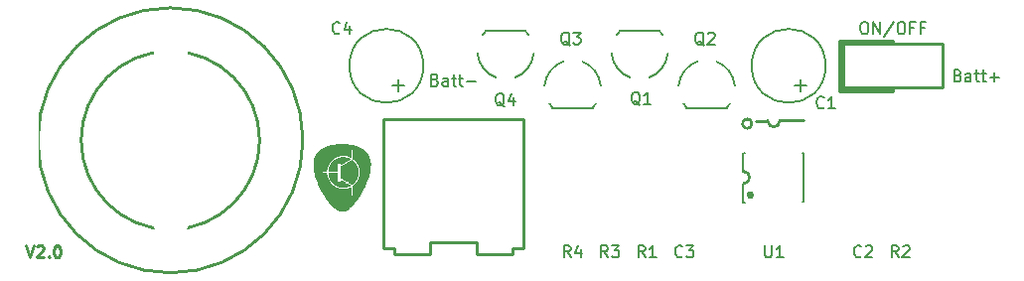
<source format=gto>
G04 #@! TF.FileFunction,Legend,Top*
%FSLAX46Y46*%
G04 Gerber Fmt 4.6, Leading zero omitted, Abs format (unit mm)*
G04 Created by KiCad (PCBNEW 4.0.5) date 02/06/17 01:28:35*
%MOMM*%
%LPD*%
G01*
G04 APERTURE LIST*
%ADD10C,0.150000*%
%ADD11C,0.250000*%
%ADD12C,0.254000*%
%ADD13C,0.100000*%
%ADD14O,4.500000X3.000000*%
%ADD15O,3.000000X7.000000*%
%ADD16O,1.200000X1.200000*%
%ADD17O,2.500000X2.500000*%
%ADD18O,1.600000X3.000000*%
%ADD19O,1.397000X2.300000*%
%ADD20R,1.998980X1.998980*%
%ADD21O,2.000000X2.800000*%
%ADD22R,1.500000X2.000000*%
%ADD23O,1.500000X2.000000*%
%ADD24O,2.200000X1.200000*%
%ADD25R,0.600000X1.550000*%
%ADD26R,0.800000X1.100000*%
%ADD27O,1.524000X2.300000*%
%ADD28O,2.300000X1.524000*%
G04 APERTURE END LIST*
D10*
D11*
X-47878809Y-9612381D02*
X-47545476Y-10612381D01*
X-47212142Y-9612381D01*
X-46926428Y-9707619D02*
X-46878809Y-9660000D01*
X-46783571Y-9612381D01*
X-46545475Y-9612381D01*
X-46450237Y-9660000D01*
X-46402618Y-9707619D01*
X-46354999Y-9802857D01*
X-46354999Y-9898095D01*
X-46402618Y-10040952D01*
X-46974047Y-10612381D01*
X-46354999Y-10612381D01*
X-45926428Y-10517143D02*
X-45878809Y-10564762D01*
X-45926428Y-10612381D01*
X-45974047Y-10564762D01*
X-45926428Y-10517143D01*
X-45926428Y-10612381D01*
X-45259762Y-9612381D02*
X-45164523Y-9612381D01*
X-45069285Y-9660000D01*
X-45021666Y-9707619D01*
X-44974047Y-9802857D01*
X-44926428Y-9993333D01*
X-44926428Y-10231429D01*
X-44974047Y-10421905D01*
X-45021666Y-10517143D01*
X-45069285Y-10564762D01*
X-45164523Y-10612381D01*
X-45259762Y-10612381D01*
X-45355000Y-10564762D01*
X-45402619Y-10517143D01*
X-45450238Y-10421905D01*
X-45497857Y-10231429D01*
X-45497857Y-9993333D01*
X-45450238Y-9802857D01*
X-45402619Y-9707619D01*
X-45355000Y-9660000D01*
X-45259762Y-9612381D01*
D12*
X-27954081Y-635000D02*
G75*
G03X-27954081Y-635000I-7605919J0D01*
G01*
X-24259558Y-635000D02*
G75*
G03X-24259558Y-635000I-11300442J0D01*
G01*
X-16430000Y-10350000D02*
X-13430000Y-10350000D01*
X-13430000Y-10350000D02*
X-13430000Y-9350000D01*
X-13430000Y-9350000D02*
X-9430000Y-9350000D01*
X-9430000Y-9350000D02*
X-9430000Y-10350000D01*
X-9430000Y-10350000D02*
X-6430000Y-10350000D01*
X-17430000Y1150000D02*
X-17430000Y-9850000D01*
X-17430000Y-9850000D02*
X-16430000Y-9850000D01*
X-16430000Y-9850000D02*
X-16430000Y-10350000D01*
X-6430000Y-10350000D02*
X-6430000Y-9850000D01*
X-6430000Y-9850000D02*
X-5430000Y-9850000D01*
X-5430000Y-9850000D02*
X-5430000Y1150000D01*
X-17430000Y1150000D02*
X-5430000Y1150000D01*
D10*
X18145760Y3515360D02*
X18145760Y4516120D01*
X18646140Y4015740D02*
X17645380Y4015740D01*
X20294600Y5715000D02*
G75*
G03X20294600Y5715000I-3149600J0D01*
G01*
X-16144240Y3515360D02*
X-16144240Y4516120D01*
X-15643860Y4015740D02*
X-16644620Y4015740D01*
X-13995400Y5715000D02*
G75*
G03X-13995400Y5715000I-3149600J0D01*
G01*
D12*
X26035000Y7865000D02*
X26035000Y7565000D01*
X26035000Y3565000D02*
X26035000Y3865000D01*
X26035000Y7865000D02*
X21485000Y7865000D01*
X21485000Y7865000D02*
X21485000Y3565000D01*
X21485000Y3565000D02*
X26035000Y3565000D01*
X26035000Y7565000D02*
X26035000Y7715000D01*
X26035000Y7715000D02*
X21635000Y7715000D01*
X21635000Y7715000D02*
X21635000Y3715000D01*
X21635000Y3715000D02*
X26035000Y3715000D01*
X26035000Y3715000D02*
X26035000Y3865000D01*
X26035000Y3865000D02*
X30285000Y3865000D01*
X30285000Y3865000D02*
X30285000Y7565000D01*
X30285000Y7565000D02*
X21785000Y7565000D01*
X21785000Y7565000D02*
X21785000Y3865000D01*
X21785000Y3865000D02*
X26035000Y3865000D01*
X15367000Y1016000D02*
X14351000Y1016000D01*
X15367000Y1016000D02*
G75*
G03X16383000Y1016000I508000J0D01*
G01*
X18440400Y1041400D02*
X16433800Y1041400D01*
X13817600Y-3835400D02*
G75*
G03X13335000Y-3302000I-508000J25400D01*
G01*
X13335000Y-4318000D02*
G75*
G03X13817600Y-3784600I-25400J508000D01*
G01*
D10*
X13275000Y-3319600D02*
X13275000Y-1719600D01*
X13275000Y-5910400D02*
X13275000Y-4310400D01*
X13450000Y-5910400D02*
X13305000Y-5910400D01*
D12*
X14075000Y-5310000D02*
G75*
G03X14075000Y-5310000I-200000J0D01*
G01*
X14011000Y780000D02*
G75*
G03X14011000Y780000I-400000J0D01*
G01*
D10*
X13300000Y-1709600D02*
X13445000Y-1709600D01*
X18450000Y-1735000D02*
X18305000Y-1735000D01*
X18450000Y-5885000D02*
X18305000Y-5885000D01*
X18450000Y-5885000D02*
X18450000Y-1735000D01*
D13*
G36*
X-18542297Y-2662589D02*
X-18542387Y-2715106D01*
X-18543093Y-2766867D01*
X-18544414Y-2815184D01*
X-18546347Y-2857370D01*
X-18548439Y-2886075D01*
X-18564693Y-3025428D01*
X-18588301Y-3172524D01*
X-18618733Y-3325148D01*
X-18655460Y-3481086D01*
X-18697951Y-3638124D01*
X-18745678Y-3794047D01*
X-18798109Y-3946641D01*
X-18809750Y-3978275D01*
X-18836895Y-4050143D01*
X-18865397Y-4123744D01*
X-18894333Y-4196799D01*
X-18922778Y-4267027D01*
X-18949810Y-4332148D01*
X-18974503Y-4389882D01*
X-18995934Y-4437948D01*
X-18996256Y-4438650D01*
X-19012106Y-4473317D01*
X-19027331Y-4506923D01*
X-19040563Y-4536429D01*
X-19050437Y-4558798D01*
X-19053388Y-4565650D01*
X-19068705Y-4599769D01*
X-19089557Y-4643271D01*
X-19115097Y-4694553D01*
X-19144480Y-4752019D01*
X-19176859Y-4814066D01*
X-19211388Y-4879098D01*
X-19247221Y-4945513D01*
X-19283512Y-5011712D01*
X-19319414Y-5076096D01*
X-19354082Y-5137066D01*
X-19372512Y-5168900D01*
X-19395214Y-5208076D01*
X-19406957Y-5228602D01*
X-19406957Y-3330447D01*
X-19407717Y-3329516D01*
X-19411492Y-3330388D01*
X-19411950Y-3333750D01*
X-19409627Y-3338976D01*
X-19407717Y-3337983D01*
X-19406957Y-3330447D01*
X-19406957Y-5228602D01*
X-19416358Y-5245036D01*
X-19418300Y-5248479D01*
X-19418300Y-3336925D01*
X-19418488Y-3272996D01*
X-19419044Y-3219978D01*
X-19419958Y-3178230D01*
X-19421218Y-3148113D01*
X-19422814Y-3129986D01*
X-19424650Y-3124200D01*
X-19428148Y-3118462D01*
X-19430454Y-3103680D01*
X-19431000Y-3089728D01*
X-19433104Y-3063483D01*
X-19439150Y-3047327D01*
X-19440525Y-3045732D01*
X-19447217Y-3031317D01*
X-19449989Y-3006086D01*
X-19450050Y-3000828D01*
X-19451082Y-2981561D01*
X-19453745Y-2968711D01*
X-19456400Y-2965450D01*
X-19460377Y-2959816D01*
X-19462589Y-2945743D01*
X-19462750Y-2940050D01*
X-19464323Y-2922388D01*
X-19469537Y-2915110D01*
X-19472275Y-2914650D01*
X-19478899Y-2910455D01*
X-19481628Y-2896552D01*
X-19481800Y-2889250D01*
X-19483209Y-2873344D01*
X-19486727Y-2864497D01*
X-19488150Y-2863850D01*
X-19492348Y-2858267D01*
X-19494446Y-2844541D01*
X-19494500Y-2841625D01*
X-19496566Y-2825187D01*
X-19503158Y-2819440D01*
X-19504025Y-2819400D01*
X-19511070Y-2814580D01*
X-19513533Y-2799199D01*
X-19513550Y-2797175D01*
X-19515145Y-2782484D01*
X-19519067Y-2775141D01*
X-19519900Y-2774950D01*
X-19524652Y-2769509D01*
X-19526250Y-2758875D01*
X-19529614Y-2745352D01*
X-19535775Y-2739146D01*
X-19543177Y-2730647D01*
X-19545300Y-2720295D01*
X-19547562Y-2708691D01*
X-19551650Y-2705100D01*
X-19556783Y-2699772D01*
X-19558000Y-2692200D01*
X-19562138Y-2679990D01*
X-19567525Y-2675646D01*
X-19575498Y-2667000D01*
X-19577050Y-2659702D01*
X-19578396Y-2650186D01*
X-19583849Y-2640015D01*
X-19595533Y-2625614D01*
X-19600863Y-2619608D01*
X-19607760Y-2606863D01*
X-19608800Y-2600778D01*
X-19612093Y-2592041D01*
X-19615150Y-2590800D01*
X-19620310Y-2585481D01*
X-19621500Y-2578100D01*
X-19625471Y-2567757D01*
X-19631025Y-2565400D01*
X-19638686Y-2559879D01*
X-19640550Y-2549525D01*
X-19642724Y-2537591D01*
X-19646900Y-2533650D01*
X-19652534Y-2528506D01*
X-19653250Y-2524125D01*
X-19658333Y-2515706D01*
X-19662775Y-2514600D01*
X-19670523Y-2509264D01*
X-19672300Y-2501473D01*
X-19676712Y-2489486D01*
X-19687875Y-2474262D01*
X-19694525Y-2467386D01*
X-19707607Y-2453718D01*
X-19715594Y-2442808D01*
X-19716750Y-2439526D01*
X-19720890Y-2430753D01*
X-19731016Y-2418397D01*
X-19732625Y-2416752D01*
X-19743280Y-2404369D01*
X-19748417Y-2395004D01*
X-19748500Y-2394238D01*
X-19753639Y-2388350D01*
X-19758025Y-2387600D01*
X-19766472Y-2383931D01*
X-19767550Y-2380796D01*
X-19772360Y-2370024D01*
X-19782918Y-2359793D01*
X-19792497Y-2355850D01*
X-19799021Y-2350971D01*
X-19799300Y-2349046D01*
X-19803303Y-2338995D01*
X-19807238Y-2334016D01*
X-19816836Y-2323510D01*
X-19829044Y-2309511D01*
X-19829421Y-2309069D01*
X-19841702Y-2297681D01*
X-19852483Y-2292396D01*
X-19853234Y-2292350D01*
X-19861707Y-2288695D01*
X-19862800Y-2285546D01*
X-19867610Y-2274774D01*
X-19878168Y-2264543D01*
X-19887747Y-2260600D01*
X-19894271Y-2255721D01*
X-19894550Y-2253796D01*
X-19898763Y-2244132D01*
X-19907902Y-2233875D01*
X-19916721Y-2228859D01*
X-19916996Y-2228850D01*
X-19923499Y-2224361D01*
X-19933379Y-2213485D01*
X-19933962Y-2212749D01*
X-19946844Y-2201205D01*
X-19960257Y-2200460D01*
X-19960276Y-2200465D01*
X-19968665Y-2202027D01*
X-19965758Y-2198629D01*
X-19965238Y-2198265D01*
X-19960604Y-2192228D01*
X-19965084Y-2183958D01*
X-19969472Y-2179328D01*
X-19979809Y-2171223D01*
X-19986096Y-2170112D01*
X-19986731Y-2164583D01*
X-19987331Y-2147391D01*
X-19987887Y-2119571D01*
X-19988391Y-2082161D01*
X-19988832Y-2036196D01*
X-19989202Y-1982714D01*
X-19989491Y-1922750D01*
X-19989690Y-1857342D01*
X-19989790Y-1787524D01*
X-19989800Y-1756601D01*
X-19989800Y-1339387D01*
X-20085050Y-1340194D01*
X-20180300Y-1341000D01*
X-20180300Y-1689675D01*
X-20180300Y-2038350D01*
X-20196175Y-2038350D01*
X-20208110Y-2036217D01*
X-20212050Y-2032120D01*
X-20217438Y-2026102D01*
X-20227925Y-2021907D01*
X-20239813Y-2017004D01*
X-20243800Y-2012261D01*
X-20249239Y-2008004D01*
X-20259675Y-2006600D01*
X-20271611Y-2004524D01*
X-20275550Y-2000537D01*
X-20281102Y-1995498D01*
X-20294761Y-1990927D01*
X-20297775Y-1990306D01*
X-20312427Y-1986148D01*
X-20319794Y-1981299D01*
X-20320000Y-1980493D01*
X-20325452Y-1976293D01*
X-20336329Y-1974850D01*
X-20352655Y-1971264D01*
X-20362183Y-1965325D01*
X-20375939Y-1957723D01*
X-20387129Y-1955800D01*
X-20398844Y-1953568D01*
X-20402550Y-1949450D01*
X-20408184Y-1945473D01*
X-20422257Y-1943261D01*
X-20427950Y-1943100D01*
X-20443857Y-1941777D01*
X-20452704Y-1938474D01*
X-20453350Y-1937139D01*
X-20459005Y-1932746D01*
X-20473321Y-1928464D01*
X-20482004Y-1926881D01*
X-20499937Y-1923160D01*
X-20511926Y-1918758D01*
X-20514128Y-1916967D01*
X-20521873Y-1913946D01*
X-20538350Y-1911907D01*
X-20554796Y-1911350D01*
X-20578066Y-1910075D01*
X-20591784Y-1906503D01*
X-20594513Y-1903788D01*
X-20602026Y-1899286D01*
X-20619735Y-1895634D01*
X-20641079Y-1893597D01*
X-20663994Y-1891506D01*
X-20681952Y-1888537D01*
X-20691111Y-1885327D01*
X-20691158Y-1885284D01*
X-20698924Y-1883616D01*
X-20716985Y-1882242D01*
X-20743259Y-1881163D01*
X-20775663Y-1880380D01*
X-20812117Y-1879896D01*
X-20850538Y-1879711D01*
X-20888844Y-1879827D01*
X-20924954Y-1880246D01*
X-20956785Y-1880968D01*
X-20982255Y-1881997D01*
X-20999284Y-1883332D01*
X-21005789Y-1884976D01*
X-21005800Y-1885054D01*
X-21011666Y-1887857D01*
X-21027345Y-1890710D01*
X-21049963Y-1893152D01*
X-21061158Y-1893963D01*
X-21087293Y-1896333D01*
X-21107067Y-1899571D01*
X-21117762Y-1903186D01*
X-21118837Y-1904383D01*
X-21126103Y-1908286D01*
X-21142778Y-1910765D01*
X-21158730Y-1911350D01*
X-21178666Y-1912199D01*
X-21192289Y-1914405D01*
X-21196300Y-1916888D01*
X-21201910Y-1921246D01*
X-21215929Y-1925420D01*
X-21221700Y-1926488D01*
X-21237580Y-1930414D01*
X-21246437Y-1935295D01*
X-21247100Y-1936825D01*
X-21252683Y-1940972D01*
X-21266410Y-1943045D01*
X-21269325Y-1943100D01*
X-21284018Y-1944491D01*
X-21291360Y-1947913D01*
X-21291550Y-1948638D01*
X-21297160Y-1952996D01*
X-21311179Y-1957170D01*
X-21316950Y-1958238D01*
X-21332830Y-1962164D01*
X-21341687Y-1967045D01*
X-21342350Y-1968575D01*
X-21347923Y-1972762D01*
X-21361585Y-1974809D01*
X-21364046Y-1974850D01*
X-21379235Y-1976589D01*
X-21387639Y-1980842D01*
X-21387953Y-1981482D01*
X-21395283Y-1987163D01*
X-21404357Y-1989183D01*
X-21415475Y-1993128D01*
X-21418550Y-1998426D01*
X-21424377Y-2004400D01*
X-21440494Y-2006599D01*
X-21440775Y-2006600D01*
X-21455468Y-2008022D01*
X-21462809Y-2011520D01*
X-21463000Y-2012261D01*
X-21468382Y-2017851D01*
X-21478875Y-2021907D01*
X-21490768Y-2027006D01*
X-21494750Y-2032120D01*
X-21499796Y-2037856D01*
X-21503010Y-2038350D01*
X-21516980Y-2041335D01*
X-21531895Y-2048454D01*
X-21542838Y-2056952D01*
X-21545501Y-2062162D01*
X-21550965Y-2068125D01*
X-21561425Y-2070100D01*
X-21573363Y-2072039D01*
X-21577300Y-2075761D01*
X-21582682Y-2081351D01*
X-21593176Y-2085407D01*
X-21605068Y-2090506D01*
X-21609050Y-2095620D01*
X-21614196Y-2101147D01*
X-21618575Y-2101850D01*
X-21627029Y-2105051D01*
X-21628100Y-2107772D01*
X-21633387Y-2114031D01*
X-21642388Y-2118205D01*
X-21658243Y-2126613D01*
X-21666200Y-2133600D01*
X-21680199Y-2144492D01*
X-21690013Y-2148994D01*
X-21701088Y-2154682D01*
X-21704300Y-2159427D01*
X-21709203Y-2165113D01*
X-21711104Y-2165349D01*
X-21721876Y-2170159D01*
X-21732107Y-2180717D01*
X-21736050Y-2190296D01*
X-21740801Y-2196822D01*
X-21742669Y-2197100D01*
X-21749577Y-2199026D01*
X-21759848Y-2206072D01*
X-21776225Y-2220135D01*
X-21777092Y-2220912D01*
X-21787994Y-2227718D01*
X-21792747Y-2228850D01*
X-21798780Y-2233985D01*
X-21799550Y-2238375D01*
X-21802879Y-2246826D01*
X-21805712Y-2247900D01*
X-21813180Y-2252213D01*
X-21826593Y-2263479D01*
X-21843434Y-2279187D01*
X-21861186Y-2296825D01*
X-21877329Y-2313882D01*
X-21889347Y-2327848D01*
X-21894721Y-2336210D01*
X-21894800Y-2336755D01*
X-21898138Y-2341354D01*
X-21900018Y-2340675D01*
X-21907234Y-2342531D01*
X-21916748Y-2351017D01*
X-21924444Y-2361800D01*
X-21926551Y-2368622D01*
X-21931444Y-2374646D01*
X-21933354Y-2374900D01*
X-21944907Y-2380108D01*
X-21954817Y-2392014D01*
X-21958300Y-2403396D01*
X-21961071Y-2410454D01*
X-21964193Y-2410107D01*
X-21970425Y-2412200D01*
X-21974146Y-2419257D01*
X-21979846Y-2429568D01*
X-21984128Y-2432050D01*
X-21989837Y-2436934D01*
X-21990050Y-2438703D01*
X-21994325Y-2447194D01*
X-22004734Y-2458946D01*
X-22005925Y-2460068D01*
X-22016935Y-2474085D01*
X-22021789Y-2487812D01*
X-22021800Y-2488340D01*
X-22025574Y-2499352D01*
X-22031325Y-2501900D01*
X-22039655Y-2507012D01*
X-22040850Y-2511799D01*
X-22043929Y-2518372D01*
X-22047201Y-2517774D01*
X-22051909Y-2520023D01*
X-22053550Y-2530100D01*
X-22056207Y-2542222D01*
X-22061488Y-2546399D01*
X-22069334Y-2551757D01*
X-22077697Y-2564468D01*
X-22083821Y-2579617D01*
X-22085300Y-2588890D01*
X-22089106Y-2596495D01*
X-22091530Y-2597150D01*
X-22097548Y-2602537D01*
X-22101743Y-2613025D01*
X-22106646Y-2624912D01*
X-22111389Y-2628900D01*
X-22115646Y-2634338D01*
X-22117050Y-2644775D01*
X-22120363Y-2657542D01*
X-22126575Y-2660650D01*
X-22134333Y-2665943D01*
X-22136100Y-2673350D01*
X-22138760Y-2683668D01*
X-22142450Y-2686050D01*
X-22146909Y-2691567D01*
X-22148800Y-2704862D01*
X-22148800Y-2705100D01*
X-22151640Y-2720223D01*
X-22158325Y-2724150D01*
X-22165986Y-2729670D01*
X-22167850Y-2740025D01*
X-22170024Y-2751958D01*
X-22174200Y-2755900D01*
X-22179300Y-2761237D01*
X-22180550Y-2769053D01*
X-22184907Y-2784445D01*
X-22190075Y-2791732D01*
X-22197677Y-2805488D01*
X-22199600Y-2816678D01*
X-22201832Y-2828393D01*
X-22205950Y-2832100D01*
X-22209927Y-2837733D01*
X-22212139Y-2851806D01*
X-22212300Y-2857500D01*
X-22213873Y-2875161D01*
X-22219087Y-2882439D01*
X-22221825Y-2882900D01*
X-22228870Y-2887719D01*
X-22231333Y-2903100D01*
X-22231350Y-2905125D01*
X-22232945Y-2919815D01*
X-22236867Y-2927158D01*
X-22237700Y-2927350D01*
X-22241349Y-2933055D01*
X-22243645Y-2947619D01*
X-22244050Y-2958570D01*
X-22245480Y-2978264D01*
X-22249262Y-2990290D01*
X-22251494Y-2992272D01*
X-22255906Y-2999515D01*
X-22259708Y-3015957D01*
X-22261783Y-3034077D01*
X-22264083Y-3054529D01*
X-22267250Y-3068749D01*
X-22270214Y-3073400D01*
X-22272884Y-3079230D01*
X-22274860Y-3094654D01*
X-22275776Y-3116568D01*
X-22275800Y-3121025D01*
X-22276505Y-3143788D01*
X-22278368Y-3160628D01*
X-22281016Y-3168441D01*
X-22281555Y-3168650D01*
X-22285615Y-3174340D01*
X-22289700Y-3188897D01*
X-22291675Y-3200400D01*
X-22296042Y-3232150D01*
X-22474834Y-3232150D01*
X-22653625Y-3232150D01*
X-22653625Y-3336925D01*
X-22653625Y-3441700D01*
X-22474834Y-3441700D01*
X-22296042Y-3441700D01*
X-22291676Y-3473450D01*
X-22288157Y-3491532D01*
X-22283938Y-3503031D01*
X-22281555Y-3505200D01*
X-22278771Y-3511023D01*
X-22276728Y-3526397D01*
X-22275816Y-3548176D01*
X-22275800Y-3551555D01*
X-22275027Y-3575053D01*
X-22272990Y-3593633D01*
X-22270113Y-3603583D01*
X-22269814Y-3603942D01*
X-22266130Y-3613342D01*
X-22263278Y-3630758D01*
X-22262340Y-3643064D01*
X-22259773Y-3664960D01*
X-22254821Y-3677538D01*
X-22252452Y-3679377D01*
X-22246675Y-3687978D01*
X-22244123Y-3706772D01*
X-22244050Y-3711375D01*
X-22242797Y-3728486D01*
X-22239625Y-3738791D01*
X-22237700Y-3740150D01*
X-22233583Y-3745750D01*
X-22231438Y-3759603D01*
X-22231350Y-3763462D01*
X-22228891Y-3781917D01*
X-22222882Y-3796034D01*
X-22222026Y-3797078D01*
X-22214803Y-3810747D01*
X-22211184Y-3827301D01*
X-22208791Y-3840038D01*
X-22205005Y-3844285D01*
X-22204633Y-3844110D01*
X-22201185Y-3847341D01*
X-22199610Y-3859397D01*
X-22199600Y-3860624D01*
X-22196652Y-3876491D01*
X-22190075Y-3883903D01*
X-22182674Y-3892402D01*
X-22180550Y-3902754D01*
X-22178289Y-3914358D01*
X-22174200Y-3917950D01*
X-22169206Y-3923334D01*
X-22167753Y-3932237D01*
X-22163840Y-3951533D01*
X-22151802Y-3961713D01*
X-22146152Y-3963252D01*
X-22135268Y-3968826D01*
X-22132340Y-3973671D01*
X-22132608Y-3977361D01*
X-22133931Y-3975258D01*
X-22140948Y-3968836D01*
X-22147128Y-3973032D01*
X-22148800Y-3981450D01*
X-22146427Y-3991772D01*
X-22143139Y-3994150D01*
X-22137549Y-3999531D01*
X-22133493Y-4010025D01*
X-22128394Y-4021917D01*
X-22123280Y-4025900D01*
X-22117753Y-4031045D01*
X-22117050Y-4035425D01*
X-22113622Y-4043875D01*
X-22110700Y-4044950D01*
X-22105568Y-4050277D01*
X-22104350Y-4057849D01*
X-22100213Y-4070059D01*
X-22094825Y-4074403D01*
X-22086978Y-4083018D01*
X-22085300Y-4090938D01*
X-22080666Y-4103706D01*
X-22069537Y-4118105D01*
X-22056073Y-4129665D01*
X-22045286Y-4133947D01*
X-22042558Y-4136521D01*
X-22047200Y-4140780D01*
X-22052950Y-4147117D01*
X-22048788Y-4150737D01*
X-22041499Y-4159138D01*
X-22040850Y-4162954D01*
X-22035756Y-4170910D01*
X-22031325Y-4171950D01*
X-22023567Y-4177236D01*
X-22021800Y-4184577D01*
X-22017683Y-4199022D01*
X-22007896Y-4213085D01*
X-21996282Y-4221839D01*
X-21992014Y-4222750D01*
X-21986989Y-4227303D01*
X-21987810Y-4232419D01*
X-21985595Y-4243270D01*
X-21973671Y-4258688D01*
X-21968560Y-4263743D01*
X-21955241Y-4277570D01*
X-21946956Y-4288607D01*
X-21945600Y-4292173D01*
X-21940464Y-4298182D01*
X-21936075Y-4298950D01*
X-21927629Y-4302618D01*
X-21926550Y-4305753D01*
X-21921741Y-4316525D01*
X-21911183Y-4326756D01*
X-21901604Y-4330700D01*
X-21895080Y-4335578D01*
X-21894800Y-4337503D01*
X-21889991Y-4348275D01*
X-21879433Y-4358506D01*
X-21869854Y-4362450D01*
X-21863330Y-4367328D01*
X-21863050Y-4369253D01*
X-21858241Y-4380025D01*
X-21847683Y-4390256D01*
X-21838104Y-4394200D01*
X-21831580Y-4399078D01*
X-21831300Y-4401003D01*
X-21826491Y-4411775D01*
X-21815933Y-4422006D01*
X-21806354Y-4425950D01*
X-21799830Y-4430828D01*
X-21799550Y-4432753D01*
X-21795427Y-4442233D01*
X-21786497Y-4452487D01*
X-21777920Y-4457676D01*
X-21777502Y-4457700D01*
X-21770720Y-4461613D01*
X-21759013Y-4471260D01*
X-21756476Y-4473575D01*
X-21743936Y-4484019D01*
X-21735108Y-4489294D01*
X-21734225Y-4489450D01*
X-21726823Y-4493682D01*
X-21715622Y-4504005D01*
X-21714382Y-4505325D01*
X-21703287Y-4516064D01*
X-21695800Y-4521139D01*
X-21695367Y-4521200D01*
X-21688832Y-4523933D01*
X-21676863Y-4533121D01*
X-21663259Y-4545012D01*
X-21652357Y-4551818D01*
X-21647604Y-4552950D01*
X-21641075Y-4557431D01*
X-21640800Y-4559179D01*
X-21635413Y-4565197D01*
X-21624925Y-4569392D01*
X-21613038Y-4574295D01*
X-21609050Y-4579038D01*
X-21604164Y-4584502D01*
X-21602432Y-4584700D01*
X-21595524Y-4586626D01*
X-21585253Y-4593672D01*
X-21568876Y-4607735D01*
X-21568009Y-4608512D01*
X-21554232Y-4615348D01*
X-21546683Y-4616450D01*
X-21534579Y-4620905D01*
X-21530400Y-4626377D01*
X-21524338Y-4633098D01*
X-21520707Y-4632669D01*
X-21512116Y-4633627D01*
X-21505241Y-4638616D01*
X-21491240Y-4646638D01*
X-21482504Y-4648200D01*
X-21471938Y-4650499D01*
X-21469350Y-4653861D01*
X-21463969Y-4659451D01*
X-21453475Y-4663507D01*
X-21441583Y-4668606D01*
X-21437600Y-4673720D01*
X-21432152Y-4678355D01*
X-21421272Y-4679950D01*
X-21404946Y-4683535D01*
X-21395418Y-4689475D01*
X-21381662Y-4697076D01*
X-21370472Y-4699000D01*
X-21358757Y-4701231D01*
X-21355050Y-4705350D01*
X-21349468Y-4709547D01*
X-21335742Y-4711645D01*
X-21332825Y-4711700D01*
X-21318134Y-4713222D01*
X-21310792Y-4716967D01*
X-21310600Y-4717762D01*
X-21305048Y-4722796D01*
X-21291380Y-4727372D01*
X-21288305Y-4728007D01*
X-21272527Y-4732246D01*
X-21263065Y-4737158D01*
X-21262531Y-4737819D01*
X-21254429Y-4741589D01*
X-21239164Y-4743417D01*
X-21236747Y-4743450D01*
X-21218845Y-4746057D01*
X-21205541Y-4752394D01*
X-21204918Y-4752975D01*
X-21192598Y-4759197D01*
X-21174359Y-4762388D01*
X-21170447Y-4762500D01*
X-21154710Y-4763932D01*
X-21146069Y-4767502D01*
X-21145500Y-4768850D01*
X-21139597Y-4772059D01*
X-21123641Y-4774292D01*
X-21100264Y-4775195D01*
X-21098405Y-4775200D01*
X-21069979Y-4776202D01*
X-21053534Y-4779269D01*
X-21048666Y-4783137D01*
X-21044520Y-4785798D01*
X-21033300Y-4787971D01*
X-21013912Y-4789724D01*
X-20985257Y-4791127D01*
X-20946241Y-4792249D01*
X-20895768Y-4793160D01*
X-20888143Y-4793269D01*
X-20818094Y-4793856D01*
X-20760320Y-4793503D01*
X-20714895Y-4792213D01*
X-20681891Y-4789992D01*
X-20661382Y-4786841D01*
X-20653439Y-4782766D01*
X-20653692Y-4781038D01*
X-20649716Y-4778156D01*
X-20635410Y-4776112D01*
X-20613134Y-4775216D01*
X-20609300Y-4775200D01*
X-20585165Y-4774417D01*
X-20568325Y-4772297D01*
X-20561356Y-4769180D01*
X-20561300Y-4768850D01*
X-20555674Y-4764844D01*
X-20541646Y-4762644D01*
X-20536354Y-4762500D01*
X-20517729Y-4760171D01*
X-20503625Y-4754426D01*
X-20501883Y-4752975D01*
X-20488576Y-4746496D01*
X-20467474Y-4743523D01*
X-20463329Y-4743450D01*
X-20446131Y-4742207D01*
X-20435721Y-4739057D01*
X-20434300Y-4737100D01*
X-20428880Y-4732276D01*
X-20418879Y-4730750D01*
X-20402771Y-4726948D01*
X-20393933Y-4721225D01*
X-20379916Y-4713379D01*
X-20370213Y-4711700D01*
X-20356249Y-4709400D01*
X-20338800Y-4703693D01*
X-20322087Y-4696363D01*
X-20310329Y-4689197D01*
X-20307300Y-4685077D01*
X-20301859Y-4681221D01*
X-20291425Y-4679950D01*
X-20279492Y-4677776D01*
X-20275550Y-4673600D01*
X-20270130Y-4668776D01*
X-20260129Y-4667250D01*
X-20244021Y-4663448D01*
X-20235183Y-4657725D01*
X-20221175Y-4649734D01*
X-20212504Y-4648200D01*
X-20201942Y-4645623D01*
X-20199350Y-4641850D01*
X-20194207Y-4636216D01*
X-20189825Y-4635500D01*
X-20187721Y-4636703D01*
X-20185945Y-4640956D01*
X-20184471Y-4649225D01*
X-20183272Y-4662476D01*
X-20182321Y-4681675D01*
X-20181590Y-4707786D01*
X-20181053Y-4741776D01*
X-20180683Y-4784610D01*
X-20180452Y-4837254D01*
X-20180334Y-4900674D01*
X-20180300Y-4975225D01*
X-20180182Y-5059024D01*
X-20179830Y-5131313D01*
X-20179248Y-5191908D01*
X-20178438Y-5240625D01*
X-20177405Y-5277280D01*
X-20176152Y-5301688D01*
X-20174682Y-5313665D01*
X-20173950Y-5314950D01*
X-20167718Y-5309896D01*
X-20167099Y-5307012D01*
X-20165823Y-5302333D01*
X-20163395Y-5307012D01*
X-20157977Y-5310509D01*
X-20144144Y-5312915D01*
X-20120587Y-5314348D01*
X-20086000Y-5314925D01*
X-20074996Y-5314950D01*
X-19989800Y-5314950D01*
X-19989800Y-4915178D01*
X-19989800Y-4515407D01*
X-19954877Y-4480203D01*
X-19937570Y-4463526D01*
X-19923241Y-4451119D01*
X-19914499Y-4445207D01*
X-19913602Y-4445000D01*
X-19907609Y-4440039D01*
X-19907250Y-4437591D01*
X-19904931Y-4433071D01*
X-19903490Y-4433944D01*
X-19897975Y-4431111D01*
X-19885670Y-4420887D01*
X-19868465Y-4405151D01*
X-19848248Y-4385782D01*
X-19826908Y-4364662D01*
X-19806335Y-4343669D01*
X-19788418Y-4324684D01*
X-19775047Y-4309586D01*
X-19768109Y-4300256D01*
X-19767550Y-4298680D01*
X-19763275Y-4290164D01*
X-19752864Y-4278401D01*
X-19751675Y-4277281D01*
X-19740850Y-4265300D01*
X-19735842Y-4255917D01*
X-19735800Y-4255359D01*
X-19731151Y-4248522D01*
X-19728997Y-4248150D01*
X-19717045Y-4242732D01*
X-19707380Y-4229936D01*
X-19704050Y-4216853D01*
X-19700185Y-4206155D01*
X-19694525Y-4203700D01*
X-19686107Y-4198617D01*
X-19685000Y-4194175D01*
X-19681572Y-4185724D01*
X-19678650Y-4184650D01*
X-19672527Y-4179782D01*
X-19672300Y-4178031D01*
X-19670374Y-4171123D01*
X-19663328Y-4160852D01*
X-19649265Y-4144475D01*
X-19648488Y-4143608D01*
X-19641780Y-4129985D01*
X-19640550Y-4121603D01*
X-19636685Y-4110905D01*
X-19631025Y-4108450D01*
X-19622607Y-4103367D01*
X-19621500Y-4098925D01*
X-19618072Y-4090474D01*
X-19615150Y-4089400D01*
X-19610377Y-4083965D01*
X-19608800Y-4073525D01*
X-19605488Y-4060757D01*
X-19599275Y-4057650D01*
X-19591481Y-4052386D01*
X-19589750Y-4045324D01*
X-19586835Y-4033168D01*
X-19583400Y-4029075D01*
X-19577965Y-4020070D01*
X-19577050Y-4013504D01*
X-19572498Y-4001836D01*
X-19567525Y-3998203D01*
X-19559682Y-3989590D01*
X-19558000Y-3981649D01*
X-19555378Y-3971223D01*
X-19551650Y-3968750D01*
X-19547192Y-3963232D01*
X-19545301Y-3949937D01*
X-19545300Y-3949700D01*
X-19542461Y-3934576D01*
X-19535775Y-3930650D01*
X-19528115Y-3925129D01*
X-19526250Y-3914775D01*
X-19524077Y-3902841D01*
X-19519900Y-3898900D01*
X-19515703Y-3893317D01*
X-19513605Y-3879591D01*
X-19513550Y-3876675D01*
X-19511485Y-3860237D01*
X-19504893Y-3854490D01*
X-19504025Y-3854450D01*
X-19496464Y-3848770D01*
X-19494500Y-3835400D01*
X-19492661Y-3822024D01*
X-19488230Y-3816351D01*
X-19488150Y-3816350D01*
X-19483913Y-3810777D01*
X-19481841Y-3797116D01*
X-19481800Y-3794654D01*
X-19479969Y-3779429D01*
X-19475494Y-3770955D01*
X-19474826Y-3770633D01*
X-19470068Y-3763483D01*
X-19465908Y-3747974D01*
X-19464475Y-3738354D01*
X-19461454Y-3720851D01*
X-19457573Y-3710062D01*
X-19455575Y-3708400D01*
X-19452401Y-3702693D01*
X-19450403Y-3688125D01*
X-19450050Y-3677179D01*
X-19448724Y-3658456D01*
X-19445322Y-3646135D01*
X-19442948Y-3643590D01*
X-19439035Y-3636532D01*
X-19435393Y-3620120D01*
X-19432740Y-3597695D01*
X-19432570Y-3595436D01*
X-19430279Y-3573171D01*
X-19427272Y-3556886D01*
X-19424154Y-3549742D01*
X-19423797Y-3549650D01*
X-19422491Y-3543544D01*
X-19421296Y-3526208D01*
X-19420250Y-3499110D01*
X-19419391Y-3463718D01*
X-19418756Y-3421502D01*
X-19418384Y-3373930D01*
X-19418300Y-3336925D01*
X-19418300Y-5248479D01*
X-19434901Y-5277917D01*
X-19449795Y-5304854D01*
X-19459997Y-5323981D01*
X-19463719Y-5331573D01*
X-19472895Y-5349416D01*
X-19482007Y-5362785D01*
X-19484633Y-5365465D01*
X-19491436Y-5373399D01*
X-19503620Y-5389784D01*
X-19519618Y-5412438D01*
X-19537868Y-5439179D01*
X-19543278Y-5447266D01*
X-19568359Y-5484493D01*
X-19596523Y-5525555D01*
X-19626520Y-5568697D01*
X-19657102Y-5612166D01*
X-19687018Y-5654207D01*
X-19715019Y-5693067D01*
X-19739855Y-5726991D01*
X-19760278Y-5754226D01*
X-19775038Y-5773016D01*
X-19776961Y-5775325D01*
X-19791662Y-5793309D01*
X-19811248Y-5818080D01*
X-19833043Y-5846220D01*
X-19852217Y-5871444D01*
X-19909151Y-5943681D01*
X-19973828Y-6019773D01*
X-20044032Y-6097427D01*
X-20117544Y-6174349D01*
X-20192146Y-6248245D01*
X-20265620Y-6316822D01*
X-20335748Y-6377786D01*
X-20364450Y-6401191D01*
X-20400592Y-6429966D01*
X-20429045Y-6452392D01*
X-20452053Y-6470036D01*
X-20471861Y-6484461D01*
X-20490711Y-6497233D01*
X-20510848Y-6509918D01*
X-20534516Y-6524081D01*
X-20563958Y-6541287D01*
X-20571981Y-6545954D01*
X-20643894Y-6583342D01*
X-20720972Y-6615471D01*
X-20798337Y-6640448D01*
X-20843510Y-6651347D01*
X-20889594Y-6657821D01*
X-20942837Y-6660395D01*
X-20998330Y-6659124D01*
X-21051162Y-6654063D01*
X-21082000Y-6648712D01*
X-21157402Y-6627621D01*
X-21237301Y-6595927D01*
X-21320408Y-6554332D01*
X-21405436Y-6503540D01*
X-21491099Y-6444254D01*
X-21570391Y-6381957D01*
X-21596775Y-6359388D01*
X-21628228Y-6331516D01*
X-21663124Y-6299874D01*
X-21699837Y-6265998D01*
X-21736743Y-6231420D01*
X-21772214Y-6197676D01*
X-21804627Y-6166298D01*
X-21832354Y-6138822D01*
X-21853770Y-6116781D01*
X-21866856Y-6102193D01*
X-21877986Y-6088870D01*
X-21895143Y-6068633D01*
X-21916039Y-6044168D01*
X-21938387Y-6018161D01*
X-21939712Y-6016625D01*
X-21965770Y-5985677D01*
X-21995541Y-5949168D01*
X-22025244Y-5911791D01*
X-22049692Y-5880100D01*
X-22071150Y-5852041D01*
X-22091502Y-5826000D01*
X-22108764Y-5804476D01*
X-22120954Y-5789969D01*
X-22123101Y-5787598D01*
X-22133807Y-5774785D01*
X-22150527Y-5753073D01*
X-22172115Y-5724051D01*
X-22197426Y-5689309D01*
X-22225314Y-5650437D01*
X-22254631Y-5609025D01*
X-22284234Y-5566662D01*
X-22312975Y-5524938D01*
X-22322075Y-5511581D01*
X-22399950Y-5393201D01*
X-22479750Y-5264768D01*
X-22560183Y-5128512D01*
X-22639958Y-4986667D01*
X-22717784Y-4841463D01*
X-22779356Y-4721225D01*
X-22868532Y-4536538D01*
X-22952020Y-4349993D01*
X-23029173Y-4163301D01*
X-23099341Y-3978172D01*
X-23161874Y-3796319D01*
X-23216122Y-3619452D01*
X-23260183Y-3454400D01*
X-23270122Y-3414076D01*
X-23279402Y-3376643D01*
X-23287466Y-3344330D01*
X-23293757Y-3319368D01*
X-23297716Y-3303986D01*
X-23298250Y-3302000D01*
X-23301234Y-3288895D01*
X-23305929Y-3265637D01*
X-23311884Y-3234587D01*
X-23318645Y-3198105D01*
X-23325761Y-3158553D01*
X-23326222Y-3155950D01*
X-23344250Y-3040900D01*
X-23356847Y-2928732D01*
X-23364325Y-2815309D01*
X-23366998Y-2696493D01*
X-23366460Y-2622959D01*
X-23365544Y-2572652D01*
X-23364551Y-2532555D01*
X-23363244Y-2500176D01*
X-23361384Y-2473025D01*
X-23358733Y-2448612D01*
X-23355053Y-2424448D01*
X-23350107Y-2398041D01*
X-23343655Y-2366901D01*
X-23340624Y-2352675D01*
X-23329212Y-2301859D01*
X-23317400Y-2255245D01*
X-23304119Y-2209209D01*
X-23288300Y-2160127D01*
X-23268874Y-2104377D01*
X-23260498Y-2081171D01*
X-23249071Y-2052933D01*
X-23232845Y-2017063D01*
X-23213475Y-1976871D01*
X-23192614Y-1935664D01*
X-23171915Y-1896752D01*
X-23153032Y-1863441D01*
X-23145446Y-1850965D01*
X-23068182Y-1737018D01*
X-22985376Y-1633391D01*
X-22895436Y-1538433D01*
X-22796771Y-1450496D01*
X-22687791Y-1367931D01*
X-22663150Y-1350920D01*
X-22591098Y-1305040D01*
X-22515093Y-1262894D01*
X-22433944Y-1224041D01*
X-22346463Y-1188038D01*
X-22251459Y-1154444D01*
X-22147745Y-1122817D01*
X-22034129Y-1092715D01*
X-21909424Y-1063696D01*
X-21863551Y-1053842D01*
X-21826606Y-1046491D01*
X-21781283Y-1038141D01*
X-21730768Y-1029318D01*
X-21678244Y-1020548D01*
X-21626898Y-1012355D01*
X-21579912Y-1005265D01*
X-21540474Y-999804D01*
X-21523325Y-997705D01*
X-21475561Y-992267D01*
X-21437861Y-988015D01*
X-21407668Y-984717D01*
X-21382426Y-982141D01*
X-21359579Y-980054D01*
X-21336569Y-978223D01*
X-21310840Y-976416D01*
X-21279836Y-974402D01*
X-21241000Y-971947D01*
X-21237575Y-971731D01*
X-21183916Y-969073D01*
X-21120795Y-967160D01*
X-21050897Y-965980D01*
X-20976905Y-965521D01*
X-20901504Y-965771D01*
X-20827377Y-966717D01*
X-20757208Y-968349D01*
X-20693681Y-970652D01*
X-20639479Y-973617D01*
X-20627646Y-974464D01*
X-20571883Y-978730D01*
X-20526249Y-982367D01*
X-20488206Y-985660D01*
X-20455217Y-988898D01*
X-20424742Y-992366D01*
X-20394244Y-996352D01*
X-20361185Y-1001143D01*
X-20323027Y-1007025D01*
X-20281900Y-1013541D01*
X-20139449Y-1037673D01*
X-20008735Y-1062884D01*
X-19888823Y-1089444D01*
X-19778776Y-1117625D01*
X-19677658Y-1147697D01*
X-19584532Y-1179933D01*
X-19498462Y-1214602D01*
X-19418512Y-1251976D01*
X-19369829Y-1277603D01*
X-19262340Y-1341359D01*
X-19164973Y-1409045D01*
X-19075308Y-1482588D01*
X-18990926Y-1563916D01*
X-18937779Y-1621850D01*
X-18881972Y-1687682D01*
X-18834399Y-1749018D01*
X-18793056Y-1808880D01*
X-18755941Y-1870287D01*
X-18721048Y-1936262D01*
X-18699460Y-1981200D01*
X-18685690Y-2010696D01*
X-18672571Y-2038615D01*
X-18661789Y-2061380D01*
X-18656076Y-2073275D01*
X-18634370Y-2124190D01*
X-18613451Y-2185416D01*
X-18593923Y-2254566D01*
X-18576392Y-2329251D01*
X-18561464Y-2407085D01*
X-18549745Y-2485680D01*
X-18548142Y-2498725D01*
X-18545746Y-2527384D01*
X-18543974Y-2566040D01*
X-18542826Y-2612004D01*
X-18542297Y-2662589D01*
X-18542297Y-2662589D01*
X-18542297Y-2662589D01*
G37*
X-18542297Y-2662589D02*
X-18542387Y-2715106D01*
X-18543093Y-2766867D01*
X-18544414Y-2815184D01*
X-18546347Y-2857370D01*
X-18548439Y-2886075D01*
X-18564693Y-3025428D01*
X-18588301Y-3172524D01*
X-18618733Y-3325148D01*
X-18655460Y-3481086D01*
X-18697951Y-3638124D01*
X-18745678Y-3794047D01*
X-18798109Y-3946641D01*
X-18809750Y-3978275D01*
X-18836895Y-4050143D01*
X-18865397Y-4123744D01*
X-18894333Y-4196799D01*
X-18922778Y-4267027D01*
X-18949810Y-4332148D01*
X-18974503Y-4389882D01*
X-18995934Y-4437948D01*
X-18996256Y-4438650D01*
X-19012106Y-4473317D01*
X-19027331Y-4506923D01*
X-19040563Y-4536429D01*
X-19050437Y-4558798D01*
X-19053388Y-4565650D01*
X-19068705Y-4599769D01*
X-19089557Y-4643271D01*
X-19115097Y-4694553D01*
X-19144480Y-4752019D01*
X-19176859Y-4814066D01*
X-19211388Y-4879098D01*
X-19247221Y-4945513D01*
X-19283512Y-5011712D01*
X-19319414Y-5076096D01*
X-19354082Y-5137066D01*
X-19372512Y-5168900D01*
X-19395214Y-5208076D01*
X-19406957Y-5228602D01*
X-19406957Y-3330447D01*
X-19407717Y-3329516D01*
X-19411492Y-3330388D01*
X-19411950Y-3333750D01*
X-19409627Y-3338976D01*
X-19407717Y-3337983D01*
X-19406957Y-3330447D01*
X-19406957Y-5228602D01*
X-19416358Y-5245036D01*
X-19418300Y-5248479D01*
X-19418300Y-3336925D01*
X-19418488Y-3272996D01*
X-19419044Y-3219978D01*
X-19419958Y-3178230D01*
X-19421218Y-3148113D01*
X-19422814Y-3129986D01*
X-19424650Y-3124200D01*
X-19428148Y-3118462D01*
X-19430454Y-3103680D01*
X-19431000Y-3089728D01*
X-19433104Y-3063483D01*
X-19439150Y-3047327D01*
X-19440525Y-3045732D01*
X-19447217Y-3031317D01*
X-19449989Y-3006086D01*
X-19450050Y-3000828D01*
X-19451082Y-2981561D01*
X-19453745Y-2968711D01*
X-19456400Y-2965450D01*
X-19460377Y-2959816D01*
X-19462589Y-2945743D01*
X-19462750Y-2940050D01*
X-19464323Y-2922388D01*
X-19469537Y-2915110D01*
X-19472275Y-2914650D01*
X-19478899Y-2910455D01*
X-19481628Y-2896552D01*
X-19481800Y-2889250D01*
X-19483209Y-2873344D01*
X-19486727Y-2864497D01*
X-19488150Y-2863850D01*
X-19492348Y-2858267D01*
X-19494446Y-2844541D01*
X-19494500Y-2841625D01*
X-19496566Y-2825187D01*
X-19503158Y-2819440D01*
X-19504025Y-2819400D01*
X-19511070Y-2814580D01*
X-19513533Y-2799199D01*
X-19513550Y-2797175D01*
X-19515145Y-2782484D01*
X-19519067Y-2775141D01*
X-19519900Y-2774950D01*
X-19524652Y-2769509D01*
X-19526250Y-2758875D01*
X-19529614Y-2745352D01*
X-19535775Y-2739146D01*
X-19543177Y-2730647D01*
X-19545300Y-2720295D01*
X-19547562Y-2708691D01*
X-19551650Y-2705100D01*
X-19556783Y-2699772D01*
X-19558000Y-2692200D01*
X-19562138Y-2679990D01*
X-19567525Y-2675646D01*
X-19575498Y-2667000D01*
X-19577050Y-2659702D01*
X-19578396Y-2650186D01*
X-19583849Y-2640015D01*
X-19595533Y-2625614D01*
X-19600863Y-2619608D01*
X-19607760Y-2606863D01*
X-19608800Y-2600778D01*
X-19612093Y-2592041D01*
X-19615150Y-2590800D01*
X-19620310Y-2585481D01*
X-19621500Y-2578100D01*
X-19625471Y-2567757D01*
X-19631025Y-2565400D01*
X-19638686Y-2559879D01*
X-19640550Y-2549525D01*
X-19642724Y-2537591D01*
X-19646900Y-2533650D01*
X-19652534Y-2528506D01*
X-19653250Y-2524125D01*
X-19658333Y-2515706D01*
X-19662775Y-2514600D01*
X-19670523Y-2509264D01*
X-19672300Y-2501473D01*
X-19676712Y-2489486D01*
X-19687875Y-2474262D01*
X-19694525Y-2467386D01*
X-19707607Y-2453718D01*
X-19715594Y-2442808D01*
X-19716750Y-2439526D01*
X-19720890Y-2430753D01*
X-19731016Y-2418397D01*
X-19732625Y-2416752D01*
X-19743280Y-2404369D01*
X-19748417Y-2395004D01*
X-19748500Y-2394238D01*
X-19753639Y-2388350D01*
X-19758025Y-2387600D01*
X-19766472Y-2383931D01*
X-19767550Y-2380796D01*
X-19772360Y-2370024D01*
X-19782918Y-2359793D01*
X-19792497Y-2355850D01*
X-19799021Y-2350971D01*
X-19799300Y-2349046D01*
X-19803303Y-2338995D01*
X-19807238Y-2334016D01*
X-19816836Y-2323510D01*
X-19829044Y-2309511D01*
X-19829421Y-2309069D01*
X-19841702Y-2297681D01*
X-19852483Y-2292396D01*
X-19853234Y-2292350D01*
X-19861707Y-2288695D01*
X-19862800Y-2285546D01*
X-19867610Y-2274774D01*
X-19878168Y-2264543D01*
X-19887747Y-2260600D01*
X-19894271Y-2255721D01*
X-19894550Y-2253796D01*
X-19898763Y-2244132D01*
X-19907902Y-2233875D01*
X-19916721Y-2228859D01*
X-19916996Y-2228850D01*
X-19923499Y-2224361D01*
X-19933379Y-2213485D01*
X-19933962Y-2212749D01*
X-19946844Y-2201205D01*
X-19960257Y-2200460D01*
X-19960276Y-2200465D01*
X-19968665Y-2202027D01*
X-19965758Y-2198629D01*
X-19965238Y-2198265D01*
X-19960604Y-2192228D01*
X-19965084Y-2183958D01*
X-19969472Y-2179328D01*
X-19979809Y-2171223D01*
X-19986096Y-2170112D01*
X-19986731Y-2164583D01*
X-19987331Y-2147391D01*
X-19987887Y-2119571D01*
X-19988391Y-2082161D01*
X-19988832Y-2036196D01*
X-19989202Y-1982714D01*
X-19989491Y-1922750D01*
X-19989690Y-1857342D01*
X-19989790Y-1787524D01*
X-19989800Y-1756601D01*
X-19989800Y-1339387D01*
X-20085050Y-1340194D01*
X-20180300Y-1341000D01*
X-20180300Y-1689675D01*
X-20180300Y-2038350D01*
X-20196175Y-2038350D01*
X-20208110Y-2036217D01*
X-20212050Y-2032120D01*
X-20217438Y-2026102D01*
X-20227925Y-2021907D01*
X-20239813Y-2017004D01*
X-20243800Y-2012261D01*
X-20249239Y-2008004D01*
X-20259675Y-2006600D01*
X-20271611Y-2004524D01*
X-20275550Y-2000537D01*
X-20281102Y-1995498D01*
X-20294761Y-1990927D01*
X-20297775Y-1990306D01*
X-20312427Y-1986148D01*
X-20319794Y-1981299D01*
X-20320000Y-1980493D01*
X-20325452Y-1976293D01*
X-20336329Y-1974850D01*
X-20352655Y-1971264D01*
X-20362183Y-1965325D01*
X-20375939Y-1957723D01*
X-20387129Y-1955800D01*
X-20398844Y-1953568D01*
X-20402550Y-1949450D01*
X-20408184Y-1945473D01*
X-20422257Y-1943261D01*
X-20427950Y-1943100D01*
X-20443857Y-1941777D01*
X-20452704Y-1938474D01*
X-20453350Y-1937139D01*
X-20459005Y-1932746D01*
X-20473321Y-1928464D01*
X-20482004Y-1926881D01*
X-20499937Y-1923160D01*
X-20511926Y-1918758D01*
X-20514128Y-1916967D01*
X-20521873Y-1913946D01*
X-20538350Y-1911907D01*
X-20554796Y-1911350D01*
X-20578066Y-1910075D01*
X-20591784Y-1906503D01*
X-20594513Y-1903788D01*
X-20602026Y-1899286D01*
X-20619735Y-1895634D01*
X-20641079Y-1893597D01*
X-20663994Y-1891506D01*
X-20681952Y-1888537D01*
X-20691111Y-1885327D01*
X-20691158Y-1885284D01*
X-20698924Y-1883616D01*
X-20716985Y-1882242D01*
X-20743259Y-1881163D01*
X-20775663Y-1880380D01*
X-20812117Y-1879896D01*
X-20850538Y-1879711D01*
X-20888844Y-1879827D01*
X-20924954Y-1880246D01*
X-20956785Y-1880968D01*
X-20982255Y-1881997D01*
X-20999284Y-1883332D01*
X-21005789Y-1884976D01*
X-21005800Y-1885054D01*
X-21011666Y-1887857D01*
X-21027345Y-1890710D01*
X-21049963Y-1893152D01*
X-21061158Y-1893963D01*
X-21087293Y-1896333D01*
X-21107067Y-1899571D01*
X-21117762Y-1903186D01*
X-21118837Y-1904383D01*
X-21126103Y-1908286D01*
X-21142778Y-1910765D01*
X-21158730Y-1911350D01*
X-21178666Y-1912199D01*
X-21192289Y-1914405D01*
X-21196300Y-1916888D01*
X-21201910Y-1921246D01*
X-21215929Y-1925420D01*
X-21221700Y-1926488D01*
X-21237580Y-1930414D01*
X-21246437Y-1935295D01*
X-21247100Y-1936825D01*
X-21252683Y-1940972D01*
X-21266410Y-1943045D01*
X-21269325Y-1943100D01*
X-21284018Y-1944491D01*
X-21291360Y-1947913D01*
X-21291550Y-1948638D01*
X-21297160Y-1952996D01*
X-21311179Y-1957170D01*
X-21316950Y-1958238D01*
X-21332830Y-1962164D01*
X-21341687Y-1967045D01*
X-21342350Y-1968575D01*
X-21347923Y-1972762D01*
X-21361585Y-1974809D01*
X-21364046Y-1974850D01*
X-21379235Y-1976589D01*
X-21387639Y-1980842D01*
X-21387953Y-1981482D01*
X-21395283Y-1987163D01*
X-21404357Y-1989183D01*
X-21415475Y-1993128D01*
X-21418550Y-1998426D01*
X-21424377Y-2004400D01*
X-21440494Y-2006599D01*
X-21440775Y-2006600D01*
X-21455468Y-2008022D01*
X-21462809Y-2011520D01*
X-21463000Y-2012261D01*
X-21468382Y-2017851D01*
X-21478875Y-2021907D01*
X-21490768Y-2027006D01*
X-21494750Y-2032120D01*
X-21499796Y-2037856D01*
X-21503010Y-2038350D01*
X-21516980Y-2041335D01*
X-21531895Y-2048454D01*
X-21542838Y-2056952D01*
X-21545501Y-2062162D01*
X-21550965Y-2068125D01*
X-21561425Y-2070100D01*
X-21573363Y-2072039D01*
X-21577300Y-2075761D01*
X-21582682Y-2081351D01*
X-21593176Y-2085407D01*
X-21605068Y-2090506D01*
X-21609050Y-2095620D01*
X-21614196Y-2101147D01*
X-21618575Y-2101850D01*
X-21627029Y-2105051D01*
X-21628100Y-2107772D01*
X-21633387Y-2114031D01*
X-21642388Y-2118205D01*
X-21658243Y-2126613D01*
X-21666200Y-2133600D01*
X-21680199Y-2144492D01*
X-21690013Y-2148994D01*
X-21701088Y-2154682D01*
X-21704300Y-2159427D01*
X-21709203Y-2165113D01*
X-21711104Y-2165349D01*
X-21721876Y-2170159D01*
X-21732107Y-2180717D01*
X-21736050Y-2190296D01*
X-21740801Y-2196822D01*
X-21742669Y-2197100D01*
X-21749577Y-2199026D01*
X-21759848Y-2206072D01*
X-21776225Y-2220135D01*
X-21777092Y-2220912D01*
X-21787994Y-2227718D01*
X-21792747Y-2228850D01*
X-21798780Y-2233985D01*
X-21799550Y-2238375D01*
X-21802879Y-2246826D01*
X-21805712Y-2247900D01*
X-21813180Y-2252213D01*
X-21826593Y-2263479D01*
X-21843434Y-2279187D01*
X-21861186Y-2296825D01*
X-21877329Y-2313882D01*
X-21889347Y-2327848D01*
X-21894721Y-2336210D01*
X-21894800Y-2336755D01*
X-21898138Y-2341354D01*
X-21900018Y-2340675D01*
X-21907234Y-2342531D01*
X-21916748Y-2351017D01*
X-21924444Y-2361800D01*
X-21926551Y-2368622D01*
X-21931444Y-2374646D01*
X-21933354Y-2374900D01*
X-21944907Y-2380108D01*
X-21954817Y-2392014D01*
X-21958300Y-2403396D01*
X-21961071Y-2410454D01*
X-21964193Y-2410107D01*
X-21970425Y-2412200D01*
X-21974146Y-2419257D01*
X-21979846Y-2429568D01*
X-21984128Y-2432050D01*
X-21989837Y-2436934D01*
X-21990050Y-2438703D01*
X-21994325Y-2447194D01*
X-22004734Y-2458946D01*
X-22005925Y-2460068D01*
X-22016935Y-2474085D01*
X-22021789Y-2487812D01*
X-22021800Y-2488340D01*
X-22025574Y-2499352D01*
X-22031325Y-2501900D01*
X-22039655Y-2507012D01*
X-22040850Y-2511799D01*
X-22043929Y-2518372D01*
X-22047201Y-2517774D01*
X-22051909Y-2520023D01*
X-22053550Y-2530100D01*
X-22056207Y-2542222D01*
X-22061488Y-2546399D01*
X-22069334Y-2551757D01*
X-22077697Y-2564468D01*
X-22083821Y-2579617D01*
X-22085300Y-2588890D01*
X-22089106Y-2596495D01*
X-22091530Y-2597150D01*
X-22097548Y-2602537D01*
X-22101743Y-2613025D01*
X-22106646Y-2624912D01*
X-22111389Y-2628900D01*
X-22115646Y-2634338D01*
X-22117050Y-2644775D01*
X-22120363Y-2657542D01*
X-22126575Y-2660650D01*
X-22134333Y-2665943D01*
X-22136100Y-2673350D01*
X-22138760Y-2683668D01*
X-22142450Y-2686050D01*
X-22146909Y-2691567D01*
X-22148800Y-2704862D01*
X-22148800Y-2705100D01*
X-22151640Y-2720223D01*
X-22158325Y-2724150D01*
X-22165986Y-2729670D01*
X-22167850Y-2740025D01*
X-22170024Y-2751958D01*
X-22174200Y-2755900D01*
X-22179300Y-2761237D01*
X-22180550Y-2769053D01*
X-22184907Y-2784445D01*
X-22190075Y-2791732D01*
X-22197677Y-2805488D01*
X-22199600Y-2816678D01*
X-22201832Y-2828393D01*
X-22205950Y-2832100D01*
X-22209927Y-2837733D01*
X-22212139Y-2851806D01*
X-22212300Y-2857500D01*
X-22213873Y-2875161D01*
X-22219087Y-2882439D01*
X-22221825Y-2882900D01*
X-22228870Y-2887719D01*
X-22231333Y-2903100D01*
X-22231350Y-2905125D01*
X-22232945Y-2919815D01*
X-22236867Y-2927158D01*
X-22237700Y-2927350D01*
X-22241349Y-2933055D01*
X-22243645Y-2947619D01*
X-22244050Y-2958570D01*
X-22245480Y-2978264D01*
X-22249262Y-2990290D01*
X-22251494Y-2992272D01*
X-22255906Y-2999515D01*
X-22259708Y-3015957D01*
X-22261783Y-3034077D01*
X-22264083Y-3054529D01*
X-22267250Y-3068749D01*
X-22270214Y-3073400D01*
X-22272884Y-3079230D01*
X-22274860Y-3094654D01*
X-22275776Y-3116568D01*
X-22275800Y-3121025D01*
X-22276505Y-3143788D01*
X-22278368Y-3160628D01*
X-22281016Y-3168441D01*
X-22281555Y-3168650D01*
X-22285615Y-3174340D01*
X-22289700Y-3188897D01*
X-22291675Y-3200400D01*
X-22296042Y-3232150D01*
X-22474834Y-3232150D01*
X-22653625Y-3232150D01*
X-22653625Y-3336925D01*
X-22653625Y-3441700D01*
X-22474834Y-3441700D01*
X-22296042Y-3441700D01*
X-22291676Y-3473450D01*
X-22288157Y-3491532D01*
X-22283938Y-3503031D01*
X-22281555Y-3505200D01*
X-22278771Y-3511023D01*
X-22276728Y-3526397D01*
X-22275816Y-3548176D01*
X-22275800Y-3551555D01*
X-22275027Y-3575053D01*
X-22272990Y-3593633D01*
X-22270113Y-3603583D01*
X-22269814Y-3603942D01*
X-22266130Y-3613342D01*
X-22263278Y-3630758D01*
X-22262340Y-3643064D01*
X-22259773Y-3664960D01*
X-22254821Y-3677538D01*
X-22252452Y-3679377D01*
X-22246675Y-3687978D01*
X-22244123Y-3706772D01*
X-22244050Y-3711375D01*
X-22242797Y-3728486D01*
X-22239625Y-3738791D01*
X-22237700Y-3740150D01*
X-22233583Y-3745750D01*
X-22231438Y-3759603D01*
X-22231350Y-3763462D01*
X-22228891Y-3781917D01*
X-22222882Y-3796034D01*
X-22222026Y-3797078D01*
X-22214803Y-3810747D01*
X-22211184Y-3827301D01*
X-22208791Y-3840038D01*
X-22205005Y-3844285D01*
X-22204633Y-3844110D01*
X-22201185Y-3847341D01*
X-22199610Y-3859397D01*
X-22199600Y-3860624D01*
X-22196652Y-3876491D01*
X-22190075Y-3883903D01*
X-22182674Y-3892402D01*
X-22180550Y-3902754D01*
X-22178289Y-3914358D01*
X-22174200Y-3917950D01*
X-22169206Y-3923334D01*
X-22167753Y-3932237D01*
X-22163840Y-3951533D01*
X-22151802Y-3961713D01*
X-22146152Y-3963252D01*
X-22135268Y-3968826D01*
X-22132340Y-3973671D01*
X-22132608Y-3977361D01*
X-22133931Y-3975258D01*
X-22140948Y-3968836D01*
X-22147128Y-3973032D01*
X-22148800Y-3981450D01*
X-22146427Y-3991772D01*
X-22143139Y-3994150D01*
X-22137549Y-3999531D01*
X-22133493Y-4010025D01*
X-22128394Y-4021917D01*
X-22123280Y-4025900D01*
X-22117753Y-4031045D01*
X-22117050Y-4035425D01*
X-22113622Y-4043875D01*
X-22110700Y-4044950D01*
X-22105568Y-4050277D01*
X-22104350Y-4057849D01*
X-22100213Y-4070059D01*
X-22094825Y-4074403D01*
X-22086978Y-4083018D01*
X-22085300Y-4090938D01*
X-22080666Y-4103706D01*
X-22069537Y-4118105D01*
X-22056073Y-4129665D01*
X-22045286Y-4133947D01*
X-22042558Y-4136521D01*
X-22047200Y-4140780D01*
X-22052950Y-4147117D01*
X-22048788Y-4150737D01*
X-22041499Y-4159138D01*
X-22040850Y-4162954D01*
X-22035756Y-4170910D01*
X-22031325Y-4171950D01*
X-22023567Y-4177236D01*
X-22021800Y-4184577D01*
X-22017683Y-4199022D01*
X-22007896Y-4213085D01*
X-21996282Y-4221839D01*
X-21992014Y-4222750D01*
X-21986989Y-4227303D01*
X-21987810Y-4232419D01*
X-21985595Y-4243270D01*
X-21973671Y-4258688D01*
X-21968560Y-4263743D01*
X-21955241Y-4277570D01*
X-21946956Y-4288607D01*
X-21945600Y-4292173D01*
X-21940464Y-4298182D01*
X-21936075Y-4298950D01*
X-21927629Y-4302618D01*
X-21926550Y-4305753D01*
X-21921741Y-4316525D01*
X-21911183Y-4326756D01*
X-21901604Y-4330700D01*
X-21895080Y-4335578D01*
X-21894800Y-4337503D01*
X-21889991Y-4348275D01*
X-21879433Y-4358506D01*
X-21869854Y-4362450D01*
X-21863330Y-4367328D01*
X-21863050Y-4369253D01*
X-21858241Y-4380025D01*
X-21847683Y-4390256D01*
X-21838104Y-4394200D01*
X-21831580Y-4399078D01*
X-21831300Y-4401003D01*
X-21826491Y-4411775D01*
X-21815933Y-4422006D01*
X-21806354Y-4425950D01*
X-21799830Y-4430828D01*
X-21799550Y-4432753D01*
X-21795427Y-4442233D01*
X-21786497Y-4452487D01*
X-21777920Y-4457676D01*
X-21777502Y-4457700D01*
X-21770720Y-4461613D01*
X-21759013Y-4471260D01*
X-21756476Y-4473575D01*
X-21743936Y-4484019D01*
X-21735108Y-4489294D01*
X-21734225Y-4489450D01*
X-21726823Y-4493682D01*
X-21715622Y-4504005D01*
X-21714382Y-4505325D01*
X-21703287Y-4516064D01*
X-21695800Y-4521139D01*
X-21695367Y-4521200D01*
X-21688832Y-4523933D01*
X-21676863Y-4533121D01*
X-21663259Y-4545012D01*
X-21652357Y-4551818D01*
X-21647604Y-4552950D01*
X-21641075Y-4557431D01*
X-21640800Y-4559179D01*
X-21635413Y-4565197D01*
X-21624925Y-4569392D01*
X-21613038Y-4574295D01*
X-21609050Y-4579038D01*
X-21604164Y-4584502D01*
X-21602432Y-4584700D01*
X-21595524Y-4586626D01*
X-21585253Y-4593672D01*
X-21568876Y-4607735D01*
X-21568009Y-4608512D01*
X-21554232Y-4615348D01*
X-21546683Y-4616450D01*
X-21534579Y-4620905D01*
X-21530400Y-4626377D01*
X-21524338Y-4633098D01*
X-21520707Y-4632669D01*
X-21512116Y-4633627D01*
X-21505241Y-4638616D01*
X-21491240Y-4646638D01*
X-21482504Y-4648200D01*
X-21471938Y-4650499D01*
X-21469350Y-4653861D01*
X-21463969Y-4659451D01*
X-21453475Y-4663507D01*
X-21441583Y-4668606D01*
X-21437600Y-4673720D01*
X-21432152Y-4678355D01*
X-21421272Y-4679950D01*
X-21404946Y-4683535D01*
X-21395418Y-4689475D01*
X-21381662Y-4697076D01*
X-21370472Y-4699000D01*
X-21358757Y-4701231D01*
X-21355050Y-4705350D01*
X-21349468Y-4709547D01*
X-21335742Y-4711645D01*
X-21332825Y-4711700D01*
X-21318134Y-4713222D01*
X-21310792Y-4716967D01*
X-21310600Y-4717762D01*
X-21305048Y-4722796D01*
X-21291380Y-4727372D01*
X-21288305Y-4728007D01*
X-21272527Y-4732246D01*
X-21263065Y-4737158D01*
X-21262531Y-4737819D01*
X-21254429Y-4741589D01*
X-21239164Y-4743417D01*
X-21236747Y-4743450D01*
X-21218845Y-4746057D01*
X-21205541Y-4752394D01*
X-21204918Y-4752975D01*
X-21192598Y-4759197D01*
X-21174359Y-4762388D01*
X-21170447Y-4762500D01*
X-21154710Y-4763932D01*
X-21146069Y-4767502D01*
X-21145500Y-4768850D01*
X-21139597Y-4772059D01*
X-21123641Y-4774292D01*
X-21100264Y-4775195D01*
X-21098405Y-4775200D01*
X-21069979Y-4776202D01*
X-21053534Y-4779269D01*
X-21048666Y-4783137D01*
X-21044520Y-4785798D01*
X-21033300Y-4787971D01*
X-21013912Y-4789724D01*
X-20985257Y-4791127D01*
X-20946241Y-4792249D01*
X-20895768Y-4793160D01*
X-20888143Y-4793269D01*
X-20818094Y-4793856D01*
X-20760320Y-4793503D01*
X-20714895Y-4792213D01*
X-20681891Y-4789992D01*
X-20661382Y-4786841D01*
X-20653439Y-4782766D01*
X-20653692Y-4781038D01*
X-20649716Y-4778156D01*
X-20635410Y-4776112D01*
X-20613134Y-4775216D01*
X-20609300Y-4775200D01*
X-20585165Y-4774417D01*
X-20568325Y-4772297D01*
X-20561356Y-4769180D01*
X-20561300Y-4768850D01*
X-20555674Y-4764844D01*
X-20541646Y-4762644D01*
X-20536354Y-4762500D01*
X-20517729Y-4760171D01*
X-20503625Y-4754426D01*
X-20501883Y-4752975D01*
X-20488576Y-4746496D01*
X-20467474Y-4743523D01*
X-20463329Y-4743450D01*
X-20446131Y-4742207D01*
X-20435721Y-4739057D01*
X-20434300Y-4737100D01*
X-20428880Y-4732276D01*
X-20418879Y-4730750D01*
X-20402771Y-4726948D01*
X-20393933Y-4721225D01*
X-20379916Y-4713379D01*
X-20370213Y-4711700D01*
X-20356249Y-4709400D01*
X-20338800Y-4703693D01*
X-20322087Y-4696363D01*
X-20310329Y-4689197D01*
X-20307300Y-4685077D01*
X-20301859Y-4681221D01*
X-20291425Y-4679950D01*
X-20279492Y-4677776D01*
X-20275550Y-4673600D01*
X-20270130Y-4668776D01*
X-20260129Y-4667250D01*
X-20244021Y-4663448D01*
X-20235183Y-4657725D01*
X-20221175Y-4649734D01*
X-20212504Y-4648200D01*
X-20201942Y-4645623D01*
X-20199350Y-4641850D01*
X-20194207Y-4636216D01*
X-20189825Y-4635500D01*
X-20187721Y-4636703D01*
X-20185945Y-4640956D01*
X-20184471Y-4649225D01*
X-20183272Y-4662476D01*
X-20182321Y-4681675D01*
X-20181590Y-4707786D01*
X-20181053Y-4741776D01*
X-20180683Y-4784610D01*
X-20180452Y-4837254D01*
X-20180334Y-4900674D01*
X-20180300Y-4975225D01*
X-20180182Y-5059024D01*
X-20179830Y-5131313D01*
X-20179248Y-5191908D01*
X-20178438Y-5240625D01*
X-20177405Y-5277280D01*
X-20176152Y-5301688D01*
X-20174682Y-5313665D01*
X-20173950Y-5314950D01*
X-20167718Y-5309896D01*
X-20167099Y-5307012D01*
X-20165823Y-5302333D01*
X-20163395Y-5307012D01*
X-20157977Y-5310509D01*
X-20144144Y-5312915D01*
X-20120587Y-5314348D01*
X-20086000Y-5314925D01*
X-20074996Y-5314950D01*
X-19989800Y-5314950D01*
X-19989800Y-4915178D01*
X-19989800Y-4515407D01*
X-19954877Y-4480203D01*
X-19937570Y-4463526D01*
X-19923241Y-4451119D01*
X-19914499Y-4445207D01*
X-19913602Y-4445000D01*
X-19907609Y-4440039D01*
X-19907250Y-4437591D01*
X-19904931Y-4433071D01*
X-19903490Y-4433944D01*
X-19897975Y-4431111D01*
X-19885670Y-4420887D01*
X-19868465Y-4405151D01*
X-19848248Y-4385782D01*
X-19826908Y-4364662D01*
X-19806335Y-4343669D01*
X-19788418Y-4324684D01*
X-19775047Y-4309586D01*
X-19768109Y-4300256D01*
X-19767550Y-4298680D01*
X-19763275Y-4290164D01*
X-19752864Y-4278401D01*
X-19751675Y-4277281D01*
X-19740850Y-4265300D01*
X-19735842Y-4255917D01*
X-19735800Y-4255359D01*
X-19731151Y-4248522D01*
X-19728997Y-4248150D01*
X-19717045Y-4242732D01*
X-19707380Y-4229936D01*
X-19704050Y-4216853D01*
X-19700185Y-4206155D01*
X-19694525Y-4203700D01*
X-19686107Y-4198617D01*
X-19685000Y-4194175D01*
X-19681572Y-4185724D01*
X-19678650Y-4184650D01*
X-19672527Y-4179782D01*
X-19672300Y-4178031D01*
X-19670374Y-4171123D01*
X-19663328Y-4160852D01*
X-19649265Y-4144475D01*
X-19648488Y-4143608D01*
X-19641780Y-4129985D01*
X-19640550Y-4121603D01*
X-19636685Y-4110905D01*
X-19631025Y-4108450D01*
X-19622607Y-4103367D01*
X-19621500Y-4098925D01*
X-19618072Y-4090474D01*
X-19615150Y-4089400D01*
X-19610377Y-4083965D01*
X-19608800Y-4073525D01*
X-19605488Y-4060757D01*
X-19599275Y-4057650D01*
X-19591481Y-4052386D01*
X-19589750Y-4045324D01*
X-19586835Y-4033168D01*
X-19583400Y-4029075D01*
X-19577965Y-4020070D01*
X-19577050Y-4013504D01*
X-19572498Y-4001836D01*
X-19567525Y-3998203D01*
X-19559682Y-3989590D01*
X-19558000Y-3981649D01*
X-19555378Y-3971223D01*
X-19551650Y-3968750D01*
X-19547192Y-3963232D01*
X-19545301Y-3949937D01*
X-19545300Y-3949700D01*
X-19542461Y-3934576D01*
X-19535775Y-3930650D01*
X-19528115Y-3925129D01*
X-19526250Y-3914775D01*
X-19524077Y-3902841D01*
X-19519900Y-3898900D01*
X-19515703Y-3893317D01*
X-19513605Y-3879591D01*
X-19513550Y-3876675D01*
X-19511485Y-3860237D01*
X-19504893Y-3854490D01*
X-19504025Y-3854450D01*
X-19496464Y-3848770D01*
X-19494500Y-3835400D01*
X-19492661Y-3822024D01*
X-19488230Y-3816351D01*
X-19488150Y-3816350D01*
X-19483913Y-3810777D01*
X-19481841Y-3797116D01*
X-19481800Y-3794654D01*
X-19479969Y-3779429D01*
X-19475494Y-3770955D01*
X-19474826Y-3770633D01*
X-19470068Y-3763483D01*
X-19465908Y-3747974D01*
X-19464475Y-3738354D01*
X-19461454Y-3720851D01*
X-19457573Y-3710062D01*
X-19455575Y-3708400D01*
X-19452401Y-3702693D01*
X-19450403Y-3688125D01*
X-19450050Y-3677179D01*
X-19448724Y-3658456D01*
X-19445322Y-3646135D01*
X-19442948Y-3643590D01*
X-19439035Y-3636532D01*
X-19435393Y-3620120D01*
X-19432740Y-3597695D01*
X-19432570Y-3595436D01*
X-19430279Y-3573171D01*
X-19427272Y-3556886D01*
X-19424154Y-3549742D01*
X-19423797Y-3549650D01*
X-19422491Y-3543544D01*
X-19421296Y-3526208D01*
X-19420250Y-3499110D01*
X-19419391Y-3463718D01*
X-19418756Y-3421502D01*
X-19418384Y-3373930D01*
X-19418300Y-3336925D01*
X-19418300Y-5248479D01*
X-19434901Y-5277917D01*
X-19449795Y-5304854D01*
X-19459997Y-5323981D01*
X-19463719Y-5331573D01*
X-19472895Y-5349416D01*
X-19482007Y-5362785D01*
X-19484633Y-5365465D01*
X-19491436Y-5373399D01*
X-19503620Y-5389784D01*
X-19519618Y-5412438D01*
X-19537868Y-5439179D01*
X-19543278Y-5447266D01*
X-19568359Y-5484493D01*
X-19596523Y-5525555D01*
X-19626520Y-5568697D01*
X-19657102Y-5612166D01*
X-19687018Y-5654207D01*
X-19715019Y-5693067D01*
X-19739855Y-5726991D01*
X-19760278Y-5754226D01*
X-19775038Y-5773016D01*
X-19776961Y-5775325D01*
X-19791662Y-5793309D01*
X-19811248Y-5818080D01*
X-19833043Y-5846220D01*
X-19852217Y-5871444D01*
X-19909151Y-5943681D01*
X-19973828Y-6019773D01*
X-20044032Y-6097427D01*
X-20117544Y-6174349D01*
X-20192146Y-6248245D01*
X-20265620Y-6316822D01*
X-20335748Y-6377786D01*
X-20364450Y-6401191D01*
X-20400592Y-6429966D01*
X-20429045Y-6452392D01*
X-20452053Y-6470036D01*
X-20471861Y-6484461D01*
X-20490711Y-6497233D01*
X-20510848Y-6509918D01*
X-20534516Y-6524081D01*
X-20563958Y-6541287D01*
X-20571981Y-6545954D01*
X-20643894Y-6583342D01*
X-20720972Y-6615471D01*
X-20798337Y-6640448D01*
X-20843510Y-6651347D01*
X-20889594Y-6657821D01*
X-20942837Y-6660395D01*
X-20998330Y-6659124D01*
X-21051162Y-6654063D01*
X-21082000Y-6648712D01*
X-21157402Y-6627621D01*
X-21237301Y-6595927D01*
X-21320408Y-6554332D01*
X-21405436Y-6503540D01*
X-21491099Y-6444254D01*
X-21570391Y-6381957D01*
X-21596775Y-6359388D01*
X-21628228Y-6331516D01*
X-21663124Y-6299874D01*
X-21699837Y-6265998D01*
X-21736743Y-6231420D01*
X-21772214Y-6197676D01*
X-21804627Y-6166298D01*
X-21832354Y-6138822D01*
X-21853770Y-6116781D01*
X-21866856Y-6102193D01*
X-21877986Y-6088870D01*
X-21895143Y-6068633D01*
X-21916039Y-6044168D01*
X-21938387Y-6018161D01*
X-21939712Y-6016625D01*
X-21965770Y-5985677D01*
X-21995541Y-5949168D01*
X-22025244Y-5911791D01*
X-22049692Y-5880100D01*
X-22071150Y-5852041D01*
X-22091502Y-5826000D01*
X-22108764Y-5804476D01*
X-22120954Y-5789969D01*
X-22123101Y-5787598D01*
X-22133807Y-5774785D01*
X-22150527Y-5753073D01*
X-22172115Y-5724051D01*
X-22197426Y-5689309D01*
X-22225314Y-5650437D01*
X-22254631Y-5609025D01*
X-22284234Y-5566662D01*
X-22312975Y-5524938D01*
X-22322075Y-5511581D01*
X-22399950Y-5393201D01*
X-22479750Y-5264768D01*
X-22560183Y-5128512D01*
X-22639958Y-4986667D01*
X-22717784Y-4841463D01*
X-22779356Y-4721225D01*
X-22868532Y-4536538D01*
X-22952020Y-4349993D01*
X-23029173Y-4163301D01*
X-23099341Y-3978172D01*
X-23161874Y-3796319D01*
X-23216122Y-3619452D01*
X-23260183Y-3454400D01*
X-23270122Y-3414076D01*
X-23279402Y-3376643D01*
X-23287466Y-3344330D01*
X-23293757Y-3319368D01*
X-23297716Y-3303986D01*
X-23298250Y-3302000D01*
X-23301234Y-3288895D01*
X-23305929Y-3265637D01*
X-23311884Y-3234587D01*
X-23318645Y-3198105D01*
X-23325761Y-3158553D01*
X-23326222Y-3155950D01*
X-23344250Y-3040900D01*
X-23356847Y-2928732D01*
X-23364325Y-2815309D01*
X-23366998Y-2696493D01*
X-23366460Y-2622959D01*
X-23365544Y-2572652D01*
X-23364551Y-2532555D01*
X-23363244Y-2500176D01*
X-23361384Y-2473025D01*
X-23358733Y-2448612D01*
X-23355053Y-2424448D01*
X-23350107Y-2398041D01*
X-23343655Y-2366901D01*
X-23340624Y-2352675D01*
X-23329212Y-2301859D01*
X-23317400Y-2255245D01*
X-23304119Y-2209209D01*
X-23288300Y-2160127D01*
X-23268874Y-2104377D01*
X-23260498Y-2081171D01*
X-23249071Y-2052933D01*
X-23232845Y-2017063D01*
X-23213475Y-1976871D01*
X-23192614Y-1935664D01*
X-23171915Y-1896752D01*
X-23153032Y-1863441D01*
X-23145446Y-1850965D01*
X-23068182Y-1737018D01*
X-22985376Y-1633391D01*
X-22895436Y-1538433D01*
X-22796771Y-1450496D01*
X-22687791Y-1367931D01*
X-22663150Y-1350920D01*
X-22591098Y-1305040D01*
X-22515093Y-1262894D01*
X-22433944Y-1224041D01*
X-22346463Y-1188038D01*
X-22251459Y-1154444D01*
X-22147745Y-1122817D01*
X-22034129Y-1092715D01*
X-21909424Y-1063696D01*
X-21863551Y-1053842D01*
X-21826606Y-1046491D01*
X-21781283Y-1038141D01*
X-21730768Y-1029318D01*
X-21678244Y-1020548D01*
X-21626898Y-1012355D01*
X-21579912Y-1005265D01*
X-21540474Y-999804D01*
X-21523325Y-997705D01*
X-21475561Y-992267D01*
X-21437861Y-988015D01*
X-21407668Y-984717D01*
X-21382426Y-982141D01*
X-21359579Y-980054D01*
X-21336569Y-978223D01*
X-21310840Y-976416D01*
X-21279836Y-974402D01*
X-21241000Y-971947D01*
X-21237575Y-971731D01*
X-21183916Y-969073D01*
X-21120795Y-967160D01*
X-21050897Y-965980D01*
X-20976905Y-965521D01*
X-20901504Y-965771D01*
X-20827377Y-966717D01*
X-20757208Y-968349D01*
X-20693681Y-970652D01*
X-20639479Y-973617D01*
X-20627646Y-974464D01*
X-20571883Y-978730D01*
X-20526249Y-982367D01*
X-20488206Y-985660D01*
X-20455217Y-988898D01*
X-20424742Y-992366D01*
X-20394244Y-996352D01*
X-20361185Y-1001143D01*
X-20323027Y-1007025D01*
X-20281900Y-1013541D01*
X-20139449Y-1037673D01*
X-20008735Y-1062884D01*
X-19888823Y-1089444D01*
X-19778776Y-1117625D01*
X-19677658Y-1147697D01*
X-19584532Y-1179933D01*
X-19498462Y-1214602D01*
X-19418512Y-1251976D01*
X-19369829Y-1277603D01*
X-19262340Y-1341359D01*
X-19164973Y-1409045D01*
X-19075308Y-1482588D01*
X-18990926Y-1563916D01*
X-18937779Y-1621850D01*
X-18881972Y-1687682D01*
X-18834399Y-1749018D01*
X-18793056Y-1808880D01*
X-18755941Y-1870287D01*
X-18721048Y-1936262D01*
X-18699460Y-1981200D01*
X-18685690Y-2010696D01*
X-18672571Y-2038615D01*
X-18661789Y-2061380D01*
X-18656076Y-2073275D01*
X-18634370Y-2124190D01*
X-18613451Y-2185416D01*
X-18593923Y-2254566D01*
X-18576392Y-2329251D01*
X-18561464Y-2407085D01*
X-18549745Y-2485680D01*
X-18548142Y-2498725D01*
X-18545746Y-2527384D01*
X-18543974Y-2566040D01*
X-18542826Y-2612004D01*
X-18542297Y-2662589D01*
X-18542297Y-2662589D01*
G36*
X-20307300Y-4464050D02*
X-20312444Y-4469683D01*
X-20316825Y-4470400D01*
X-20325277Y-4473764D01*
X-20326350Y-4476629D01*
X-20331738Y-4482647D01*
X-20342225Y-4486842D01*
X-20354113Y-4491745D01*
X-20358100Y-4496488D01*
X-20363672Y-4500277D01*
X-20377319Y-4502116D01*
X-20379646Y-4502150D01*
X-20396990Y-4504945D01*
X-20404847Y-4511675D01*
X-20413460Y-4519518D01*
X-20421401Y-4521200D01*
X-20431827Y-4523822D01*
X-20434300Y-4527550D01*
X-20439927Y-4531555D01*
X-20453955Y-4533755D01*
X-20459247Y-4533900D01*
X-20477513Y-4535843D01*
X-20490930Y-4540646D01*
X-20492584Y-4541924D01*
X-20504398Y-4547989D01*
X-20521773Y-4551886D01*
X-20523200Y-4552035D01*
X-20538568Y-4554905D01*
X-20547154Y-4559212D01*
X-20547542Y-4559885D01*
X-20554592Y-4563416D01*
X-20569798Y-4565452D01*
X-20576929Y-4565650D01*
X-20600156Y-4567787D01*
X-20622302Y-4573054D01*
X-20625613Y-4574277D01*
X-20643627Y-4579128D01*
X-20668256Y-4582817D01*
X-20688300Y-4584269D01*
X-20709731Y-4585802D01*
X-20725399Y-4588477D01*
X-20731692Y-4591517D01*
X-20738462Y-4593422D01*
X-20756107Y-4595050D01*
X-20782802Y-4596314D01*
X-20816724Y-4597126D01*
X-20854304Y-4597400D01*
X-20892273Y-4597123D01*
X-20924755Y-4596350D01*
X-20949961Y-4595165D01*
X-20966104Y-4593653D01*
X-20971394Y-4591900D01*
X-20971364Y-4591840D01*
X-20975605Y-4589041D01*
X-20989869Y-4586314D01*
X-21011486Y-4584104D01*
X-21021928Y-4583446D01*
X-21047508Y-4581310D01*
X-21068515Y-4578096D01*
X-21081471Y-4574387D01*
X-21083409Y-4573131D01*
X-21093858Y-4568686D01*
X-21111741Y-4566006D01*
X-21121370Y-4565650D01*
X-21139061Y-4564463D01*
X-21150059Y-4561440D01*
X-21151850Y-4559300D01*
X-21157410Y-4555008D01*
X-21170983Y-4552975D01*
X-21172862Y-4552950D01*
X-21191530Y-4550152D01*
X-21206199Y-4543626D01*
X-21221371Y-4536867D01*
X-21239163Y-4534101D01*
X-21253213Y-4532255D01*
X-21259742Y-4528028D01*
X-21259800Y-4527550D01*
X-21265195Y-4522638D01*
X-21274462Y-4521200D01*
X-21291383Y-4517357D01*
X-21301449Y-4511876D01*
X-21317275Y-4504269D01*
X-21328063Y-4502351D01*
X-21339220Y-4499799D01*
X-21342350Y-4495800D01*
X-21347456Y-4490081D01*
X-21351361Y-4489450D01*
X-21362684Y-4486600D01*
X-21378509Y-4479733D01*
X-21393839Y-4471373D01*
X-21403676Y-4464045D01*
X-21404792Y-4462462D01*
X-21412072Y-4458397D01*
X-21418302Y-4457700D01*
X-21431846Y-4453109D01*
X-21437600Y-4448175D01*
X-21448412Y-4440105D01*
X-21454253Y-4438650D01*
X-21462197Y-4435351D01*
X-21463000Y-4432988D01*
X-21468382Y-4427398D01*
X-21478875Y-4423342D01*
X-21490768Y-4418243D01*
X-21494750Y-4413129D01*
X-21499896Y-4407602D01*
X-21504275Y-4406900D01*
X-21512731Y-4403836D01*
X-21513800Y-4401238D01*
X-21519182Y-4395648D01*
X-21529675Y-4391592D01*
X-21541568Y-4386493D01*
X-21545550Y-4381379D01*
X-21550445Y-4375401D01*
X-21552354Y-4375150D01*
X-21562497Y-4371284D01*
X-21568009Y-4367212D01*
X-21584704Y-4352811D01*
X-21595177Y-4345507D01*
X-21602172Y-4343402D01*
X-21602432Y-4343400D01*
X-21608824Y-4339709D01*
X-21609050Y-4338419D01*
X-21613985Y-4332217D01*
X-21626124Y-4323397D01*
X-21628774Y-4321787D01*
X-21642728Y-4311648D01*
X-21661679Y-4295439D01*
X-21681935Y-4276349D01*
X-21685495Y-4272792D01*
X-21703340Y-4255558D01*
X-21718293Y-4242532D01*
X-21727819Y-4235880D01*
X-21729271Y-4235450D01*
X-21735742Y-4230549D01*
X-21736050Y-4228470D01*
X-21740303Y-4220827D01*
X-21751471Y-4207391D01*
X-21767175Y-4191015D01*
X-21767800Y-4190401D01*
X-21783630Y-4173930D01*
X-21795007Y-4160242D01*
X-21799545Y-4152214D01*
X-21799550Y-4152072D01*
X-21803841Y-4143158D01*
X-21814284Y-4131195D01*
X-21815425Y-4130118D01*
X-21826154Y-4119135D01*
X-21831237Y-4111885D01*
X-21831300Y-4111474D01*
X-21835967Y-4103075D01*
X-21846074Y-4094001D01*
X-21855785Y-4089419D01*
X-21856247Y-4089400D01*
X-21861653Y-4084049D01*
X-21863050Y-4075840D01*
X-21867515Y-4062299D01*
X-21878320Y-4048140D01*
X-21878925Y-4047568D01*
X-21889827Y-4034765D01*
X-21894774Y-4023623D01*
X-21894800Y-4023028D01*
X-21898137Y-4014385D01*
X-21901150Y-4013200D01*
X-21906784Y-4008056D01*
X-21907500Y-4003675D01*
X-21912583Y-3995256D01*
X-21917025Y-3994150D01*
X-21924686Y-3988629D01*
X-21926550Y-3978275D01*
X-21928724Y-3966341D01*
X-21932900Y-3962400D01*
X-21938033Y-3957072D01*
X-21939250Y-3949500D01*
X-21943388Y-3937290D01*
X-21948775Y-3932946D01*
X-21956177Y-3924447D01*
X-21958300Y-3914095D01*
X-21960492Y-3902489D01*
X-21964451Y-3898900D01*
X-21967945Y-3903554D01*
X-21966947Y-3908425D01*
X-21967003Y-3916591D01*
X-21969842Y-3917950D01*
X-21973611Y-3912371D01*
X-21973891Y-3898058D01*
X-21973615Y-3895556D01*
X-21973543Y-3878181D01*
X-21979392Y-3869938D01*
X-21980444Y-3869477D01*
X-21987910Y-3860952D01*
X-21990050Y-3850595D01*
X-21992312Y-3838991D01*
X-21996400Y-3835400D01*
X-22001224Y-3829979D01*
X-22002750Y-3819978D01*
X-22006552Y-3803870D01*
X-22012276Y-3795032D01*
X-22018760Y-3782441D01*
X-22021774Y-3764559D01*
X-22021800Y-3762828D01*
X-22023366Y-3747959D01*
X-22027224Y-3740392D01*
X-22028150Y-3740150D01*
X-22032974Y-3734729D01*
X-22034501Y-3724728D01*
X-22038302Y-3708620D01*
X-22044026Y-3699782D01*
X-22050504Y-3686475D01*
X-22053477Y-3665373D01*
X-22053551Y-3661228D01*
X-22054635Y-3644028D01*
X-22057385Y-3633618D01*
X-22059093Y-3632200D01*
X-22062748Y-3626480D01*
X-22066170Y-3611798D01*
X-22067812Y-3599130D01*
X-22070863Y-3580046D01*
X-22075238Y-3566980D01*
X-22078145Y-3563676D01*
X-22081944Y-3555991D01*
X-22084353Y-3536393D01*
X-22085291Y-3505600D01*
X-22085300Y-3501495D01*
X-22085300Y-3441700D01*
X-21736050Y-3441700D01*
X-21386800Y-3441700D01*
X-21386800Y-3790950D01*
X-21386800Y-4140200D01*
X-21196300Y-4140200D01*
X-21005800Y-4140200D01*
X-21005800Y-4098925D01*
X-21005522Y-4076737D01*
X-21003951Y-4064379D01*
X-20999985Y-4058980D01*
X-20992518Y-4057673D01*
X-20989925Y-4057650D01*
X-20977158Y-4060962D01*
X-20974050Y-4067175D01*
X-20968530Y-4074835D01*
X-20958175Y-4076700D01*
X-20946237Y-4078533D01*
X-20942300Y-4082050D01*
X-20937233Y-4088169D01*
X-20924618Y-4096809D01*
X-20920075Y-4099369D01*
X-20905999Y-4108066D01*
X-20898326Y-4114979D01*
X-20897850Y-4116244D01*
X-20892719Y-4120660D01*
X-20888779Y-4121150D01*
X-20876533Y-4125202D01*
X-20871200Y-4129087D01*
X-20857864Y-4139249D01*
X-20842074Y-4148341D01*
X-20827967Y-4154307D01*
X-20819676Y-4155092D01*
X-20819367Y-4154849D01*
X-20815949Y-4156298D01*
X-20815300Y-4161366D01*
X-20810017Y-4170055D01*
X-20799425Y-4171950D01*
X-20787491Y-4174082D01*
X-20783550Y-4178179D01*
X-20778163Y-4184197D01*
X-20767675Y-4188392D01*
X-20755788Y-4193295D01*
X-20751800Y-4198038D01*
X-20746891Y-4203475D01*
X-20744997Y-4203700D01*
X-20734854Y-4207565D01*
X-20729342Y-4211637D01*
X-20712647Y-4226038D01*
X-20702174Y-4233342D01*
X-20695179Y-4235447D01*
X-20694919Y-4235450D01*
X-20689944Y-4240882D01*
X-20688300Y-4251325D01*
X-20690433Y-4263259D01*
X-20694530Y-4267200D01*
X-20700548Y-4272587D01*
X-20704743Y-4283075D01*
X-20709646Y-4294962D01*
X-20714389Y-4298950D01*
X-20719074Y-4304244D01*
X-20720050Y-4310970D01*
X-20724470Y-4322802D01*
X-20729575Y-4326646D01*
X-20736824Y-4335103D01*
X-20739100Y-4346375D01*
X-20739100Y-4362450D01*
X-20669250Y-4362450D01*
X-20641183Y-4362906D01*
X-20618499Y-4364144D01*
X-20603763Y-4365966D01*
X-20599400Y-4367834D01*
X-20593451Y-4370138D01*
X-20577188Y-4372582D01*
X-20552993Y-4374896D01*
X-20523247Y-4376809D01*
X-20518545Y-4377040D01*
X-20485336Y-4379105D01*
X-20459125Y-4381730D01*
X-20441846Y-4384670D01*
X-20435465Y-4387530D01*
X-20428082Y-4393625D01*
X-20424246Y-4394200D01*
X-20416105Y-4396917D01*
X-20415210Y-4398962D01*
X-20410057Y-4405185D01*
X-20397777Y-4413476D01*
X-20383037Y-4421179D01*
X-20370500Y-4425640D01*
X-20367790Y-4425950D01*
X-20358536Y-4431078D01*
X-20355650Y-4435877D01*
X-20349358Y-4442443D01*
X-20345445Y-4441852D01*
X-20339972Y-4443266D01*
X-20339050Y-4447800D01*
X-20333580Y-4455844D01*
X-20323175Y-4457700D01*
X-20311242Y-4459873D01*
X-20307300Y-4464050D01*
X-20307300Y-4464050D01*
X-20307300Y-4464050D01*
G37*
X-20307300Y-4464050D02*
X-20312444Y-4469683D01*
X-20316825Y-4470400D01*
X-20325277Y-4473764D01*
X-20326350Y-4476629D01*
X-20331738Y-4482647D01*
X-20342225Y-4486842D01*
X-20354113Y-4491745D01*
X-20358100Y-4496488D01*
X-20363672Y-4500277D01*
X-20377319Y-4502116D01*
X-20379646Y-4502150D01*
X-20396990Y-4504945D01*
X-20404847Y-4511675D01*
X-20413460Y-4519518D01*
X-20421401Y-4521200D01*
X-20431827Y-4523822D01*
X-20434300Y-4527550D01*
X-20439927Y-4531555D01*
X-20453955Y-4533755D01*
X-20459247Y-4533900D01*
X-20477513Y-4535843D01*
X-20490930Y-4540646D01*
X-20492584Y-4541924D01*
X-20504398Y-4547989D01*
X-20521773Y-4551886D01*
X-20523200Y-4552035D01*
X-20538568Y-4554905D01*
X-20547154Y-4559212D01*
X-20547542Y-4559885D01*
X-20554592Y-4563416D01*
X-20569798Y-4565452D01*
X-20576929Y-4565650D01*
X-20600156Y-4567787D01*
X-20622302Y-4573054D01*
X-20625613Y-4574277D01*
X-20643627Y-4579128D01*
X-20668256Y-4582817D01*
X-20688300Y-4584269D01*
X-20709731Y-4585802D01*
X-20725399Y-4588477D01*
X-20731692Y-4591517D01*
X-20738462Y-4593422D01*
X-20756107Y-4595050D01*
X-20782802Y-4596314D01*
X-20816724Y-4597126D01*
X-20854304Y-4597400D01*
X-20892273Y-4597123D01*
X-20924755Y-4596350D01*
X-20949961Y-4595165D01*
X-20966104Y-4593653D01*
X-20971394Y-4591900D01*
X-20971364Y-4591840D01*
X-20975605Y-4589041D01*
X-20989869Y-4586314D01*
X-21011486Y-4584104D01*
X-21021928Y-4583446D01*
X-21047508Y-4581310D01*
X-21068515Y-4578096D01*
X-21081471Y-4574387D01*
X-21083409Y-4573131D01*
X-21093858Y-4568686D01*
X-21111741Y-4566006D01*
X-21121370Y-4565650D01*
X-21139061Y-4564463D01*
X-21150059Y-4561440D01*
X-21151850Y-4559300D01*
X-21157410Y-4555008D01*
X-21170983Y-4552975D01*
X-21172862Y-4552950D01*
X-21191530Y-4550152D01*
X-21206199Y-4543626D01*
X-21221371Y-4536867D01*
X-21239163Y-4534101D01*
X-21253213Y-4532255D01*
X-21259742Y-4528028D01*
X-21259800Y-4527550D01*
X-21265195Y-4522638D01*
X-21274462Y-4521200D01*
X-21291383Y-4517357D01*
X-21301449Y-4511876D01*
X-21317275Y-4504269D01*
X-21328063Y-4502351D01*
X-21339220Y-4499799D01*
X-21342350Y-4495800D01*
X-21347456Y-4490081D01*
X-21351361Y-4489450D01*
X-21362684Y-4486600D01*
X-21378509Y-4479733D01*
X-21393839Y-4471373D01*
X-21403676Y-4464045D01*
X-21404792Y-4462462D01*
X-21412072Y-4458397D01*
X-21418302Y-4457700D01*
X-21431846Y-4453109D01*
X-21437600Y-4448175D01*
X-21448412Y-4440105D01*
X-21454253Y-4438650D01*
X-21462197Y-4435351D01*
X-21463000Y-4432988D01*
X-21468382Y-4427398D01*
X-21478875Y-4423342D01*
X-21490768Y-4418243D01*
X-21494750Y-4413129D01*
X-21499896Y-4407602D01*
X-21504275Y-4406900D01*
X-21512731Y-4403836D01*
X-21513800Y-4401238D01*
X-21519182Y-4395648D01*
X-21529675Y-4391592D01*
X-21541568Y-4386493D01*
X-21545550Y-4381379D01*
X-21550445Y-4375401D01*
X-21552354Y-4375150D01*
X-21562497Y-4371284D01*
X-21568009Y-4367212D01*
X-21584704Y-4352811D01*
X-21595177Y-4345507D01*
X-21602172Y-4343402D01*
X-21602432Y-4343400D01*
X-21608824Y-4339709D01*
X-21609050Y-4338419D01*
X-21613985Y-4332217D01*
X-21626124Y-4323397D01*
X-21628774Y-4321787D01*
X-21642728Y-4311648D01*
X-21661679Y-4295439D01*
X-21681935Y-4276349D01*
X-21685495Y-4272792D01*
X-21703340Y-4255558D01*
X-21718293Y-4242532D01*
X-21727819Y-4235880D01*
X-21729271Y-4235450D01*
X-21735742Y-4230549D01*
X-21736050Y-4228470D01*
X-21740303Y-4220827D01*
X-21751471Y-4207391D01*
X-21767175Y-4191015D01*
X-21767800Y-4190401D01*
X-21783630Y-4173930D01*
X-21795007Y-4160242D01*
X-21799545Y-4152214D01*
X-21799550Y-4152072D01*
X-21803841Y-4143158D01*
X-21814284Y-4131195D01*
X-21815425Y-4130118D01*
X-21826154Y-4119135D01*
X-21831237Y-4111885D01*
X-21831300Y-4111474D01*
X-21835967Y-4103075D01*
X-21846074Y-4094001D01*
X-21855785Y-4089419D01*
X-21856247Y-4089400D01*
X-21861653Y-4084049D01*
X-21863050Y-4075840D01*
X-21867515Y-4062299D01*
X-21878320Y-4048140D01*
X-21878925Y-4047568D01*
X-21889827Y-4034765D01*
X-21894774Y-4023623D01*
X-21894800Y-4023028D01*
X-21898137Y-4014385D01*
X-21901150Y-4013200D01*
X-21906784Y-4008056D01*
X-21907500Y-4003675D01*
X-21912583Y-3995256D01*
X-21917025Y-3994150D01*
X-21924686Y-3988629D01*
X-21926550Y-3978275D01*
X-21928724Y-3966341D01*
X-21932900Y-3962400D01*
X-21938033Y-3957072D01*
X-21939250Y-3949500D01*
X-21943388Y-3937290D01*
X-21948775Y-3932946D01*
X-21956177Y-3924447D01*
X-21958300Y-3914095D01*
X-21960492Y-3902489D01*
X-21964451Y-3898900D01*
X-21967945Y-3903554D01*
X-21966947Y-3908425D01*
X-21967003Y-3916591D01*
X-21969842Y-3917950D01*
X-21973611Y-3912371D01*
X-21973891Y-3898058D01*
X-21973615Y-3895556D01*
X-21973543Y-3878181D01*
X-21979392Y-3869938D01*
X-21980444Y-3869477D01*
X-21987910Y-3860952D01*
X-21990050Y-3850595D01*
X-21992312Y-3838991D01*
X-21996400Y-3835400D01*
X-22001224Y-3829979D01*
X-22002750Y-3819978D01*
X-22006552Y-3803870D01*
X-22012276Y-3795032D01*
X-22018760Y-3782441D01*
X-22021774Y-3764559D01*
X-22021800Y-3762828D01*
X-22023366Y-3747959D01*
X-22027224Y-3740392D01*
X-22028150Y-3740150D01*
X-22032974Y-3734729D01*
X-22034501Y-3724728D01*
X-22038302Y-3708620D01*
X-22044026Y-3699782D01*
X-22050504Y-3686475D01*
X-22053477Y-3665373D01*
X-22053551Y-3661228D01*
X-22054635Y-3644028D01*
X-22057385Y-3633618D01*
X-22059093Y-3632200D01*
X-22062748Y-3626480D01*
X-22066170Y-3611798D01*
X-22067812Y-3599130D01*
X-22070863Y-3580046D01*
X-22075238Y-3566980D01*
X-22078145Y-3563676D01*
X-22081944Y-3555991D01*
X-22084353Y-3536393D01*
X-22085291Y-3505600D01*
X-22085300Y-3501495D01*
X-22085300Y-3441700D01*
X-21736050Y-3441700D01*
X-21386800Y-3441700D01*
X-21386800Y-3790950D01*
X-21386800Y-4140200D01*
X-21196300Y-4140200D01*
X-21005800Y-4140200D01*
X-21005800Y-4098925D01*
X-21005522Y-4076737D01*
X-21003951Y-4064379D01*
X-20999985Y-4058980D01*
X-20992518Y-4057673D01*
X-20989925Y-4057650D01*
X-20977158Y-4060962D01*
X-20974050Y-4067175D01*
X-20968530Y-4074835D01*
X-20958175Y-4076700D01*
X-20946237Y-4078533D01*
X-20942300Y-4082050D01*
X-20937233Y-4088169D01*
X-20924618Y-4096809D01*
X-20920075Y-4099369D01*
X-20905999Y-4108066D01*
X-20898326Y-4114979D01*
X-20897850Y-4116244D01*
X-20892719Y-4120660D01*
X-20888779Y-4121150D01*
X-20876533Y-4125202D01*
X-20871200Y-4129087D01*
X-20857864Y-4139249D01*
X-20842074Y-4148341D01*
X-20827967Y-4154307D01*
X-20819676Y-4155092D01*
X-20819367Y-4154849D01*
X-20815949Y-4156298D01*
X-20815300Y-4161366D01*
X-20810017Y-4170055D01*
X-20799425Y-4171950D01*
X-20787491Y-4174082D01*
X-20783550Y-4178179D01*
X-20778163Y-4184197D01*
X-20767675Y-4188392D01*
X-20755788Y-4193295D01*
X-20751800Y-4198038D01*
X-20746891Y-4203475D01*
X-20744997Y-4203700D01*
X-20734854Y-4207565D01*
X-20729342Y-4211637D01*
X-20712647Y-4226038D01*
X-20702174Y-4233342D01*
X-20695179Y-4235447D01*
X-20694919Y-4235450D01*
X-20689944Y-4240882D01*
X-20688300Y-4251325D01*
X-20690433Y-4263259D01*
X-20694530Y-4267200D01*
X-20700548Y-4272587D01*
X-20704743Y-4283075D01*
X-20709646Y-4294962D01*
X-20714389Y-4298950D01*
X-20719074Y-4304244D01*
X-20720050Y-4310970D01*
X-20724470Y-4322802D01*
X-20729575Y-4326646D01*
X-20736824Y-4335103D01*
X-20739100Y-4346375D01*
X-20739100Y-4362450D01*
X-20669250Y-4362450D01*
X-20641183Y-4362906D01*
X-20618499Y-4364144D01*
X-20603763Y-4365966D01*
X-20599400Y-4367834D01*
X-20593451Y-4370138D01*
X-20577188Y-4372582D01*
X-20552993Y-4374896D01*
X-20523247Y-4376809D01*
X-20518545Y-4377040D01*
X-20485336Y-4379105D01*
X-20459125Y-4381730D01*
X-20441846Y-4384670D01*
X-20435465Y-4387530D01*
X-20428082Y-4393625D01*
X-20424246Y-4394200D01*
X-20416105Y-4396917D01*
X-20415210Y-4398962D01*
X-20410057Y-4405185D01*
X-20397777Y-4413476D01*
X-20383037Y-4421179D01*
X-20370500Y-4425640D01*
X-20367790Y-4425950D01*
X-20358536Y-4431078D01*
X-20355650Y-4435877D01*
X-20349358Y-4442443D01*
X-20345445Y-4441852D01*
X-20339972Y-4443266D01*
X-20339050Y-4447800D01*
X-20333580Y-4455844D01*
X-20323175Y-4457700D01*
X-20311242Y-4459873D01*
X-20307300Y-4464050D01*
X-20307300Y-4464050D01*
G36*
X-19608236Y-3340876D02*
X-19608341Y-3378849D01*
X-19608936Y-3414233D01*
X-19610032Y-3444892D01*
X-19611640Y-3468689D01*
X-19613771Y-3483486D01*
X-19615654Y-3487376D01*
X-19619215Y-3494334D01*
X-19622680Y-3510847D01*
X-19625450Y-3533776D01*
X-19626086Y-3541880D01*
X-19628337Y-3565823D01*
X-19631205Y-3583987D01*
X-19634180Y-3593412D01*
X-19635108Y-3594100D01*
X-19638213Y-3599812D01*
X-19640184Y-3614417D01*
X-19640550Y-3625850D01*
X-19641679Y-3643961D01*
X-19644565Y-3655457D01*
X-19646825Y-3657600D01*
X-19651646Y-3663212D01*
X-19656077Y-3677239D01*
X-19657162Y-3683000D01*
X-19660924Y-3698875D01*
X-19665397Y-3707734D01*
X-19666762Y-3708400D01*
X-19670394Y-3713992D01*
X-19672242Y-3727777D01*
X-19672300Y-3731078D01*
X-19674865Y-3749083D01*
X-19681110Y-3762502D01*
X-19681825Y-3763282D01*
X-19689427Y-3777038D01*
X-19691350Y-3788228D01*
X-19693582Y-3799943D01*
X-19697700Y-3803650D01*
X-19701950Y-3809219D01*
X-19704013Y-3822861D01*
X-19704050Y-3825195D01*
X-19706846Y-3842539D01*
X-19713575Y-3850396D01*
X-19721419Y-3859009D01*
X-19723100Y-3866950D01*
X-19725723Y-3877376D01*
X-19729450Y-3879850D01*
X-19734300Y-3885262D01*
X-19735800Y-3895045D01*
X-19739347Y-3908214D01*
X-19745325Y-3913896D01*
X-19753169Y-3922509D01*
X-19754850Y-3930450D01*
X-19757473Y-3940876D01*
X-19761200Y-3943350D01*
X-19766319Y-3948681D01*
X-19767550Y-3956353D01*
X-19772000Y-3969481D01*
X-19782773Y-3983452D01*
X-19783425Y-3984068D01*
X-19794435Y-3998085D01*
X-19799289Y-4011812D01*
X-19799300Y-4012340D01*
X-19803074Y-4023352D01*
X-19808825Y-4025900D01*
X-19817244Y-4030982D01*
X-19818350Y-4035425D01*
X-19821779Y-4043875D01*
X-19824700Y-4044950D01*
X-19830285Y-4050113D01*
X-19831050Y-4054778D01*
X-19835412Y-4065569D01*
X-19846003Y-4078447D01*
X-19846925Y-4079318D01*
X-19857671Y-4090468D01*
X-19862741Y-4098075D01*
X-19862800Y-4098519D01*
X-19866555Y-4106515D01*
X-19870738Y-4111858D01*
X-19885139Y-4128553D01*
X-19892443Y-4139026D01*
X-19894548Y-4146021D01*
X-19894550Y-4146281D01*
X-19899689Y-4152151D01*
X-19904075Y-4152900D01*
X-19912526Y-4156346D01*
X-19913600Y-4159283D01*
X-19917845Y-4165451D01*
X-19929356Y-4178598D01*
X-19946305Y-4196860D01*
X-19966860Y-4218372D01*
X-19989190Y-4241269D01*
X-20011464Y-4263686D01*
X-20031853Y-4283759D01*
X-20048524Y-4299622D01*
X-20059647Y-4309410D01*
X-20063178Y-4311650D01*
X-20071741Y-4316481D01*
X-20080661Y-4327101D01*
X-20085127Y-4337698D01*
X-20085148Y-4338183D01*
X-20086824Y-4342512D01*
X-20091400Y-4337050D01*
X-20096535Y-4331883D01*
X-20097653Y-4335462D01*
X-20103156Y-4341427D01*
X-20113625Y-4343400D01*
X-20125563Y-4341460D01*
X-20129500Y-4337738D01*
X-20134882Y-4332148D01*
X-20145375Y-4328092D01*
X-20157268Y-4322993D01*
X-20161250Y-4317879D01*
X-20166396Y-4312352D01*
X-20170775Y-4311650D01*
X-20179231Y-4308586D01*
X-20180300Y-4305988D01*
X-20185682Y-4300398D01*
X-20196175Y-4296342D01*
X-20208068Y-4291243D01*
X-20212050Y-4286129D01*
X-20217382Y-4281103D01*
X-20225028Y-4279900D01*
X-20238232Y-4275748D01*
X-20253368Y-4265595D01*
X-20255125Y-4264025D01*
X-20268507Y-4253495D01*
X-20279115Y-4248274D01*
X-20280248Y-4248150D01*
X-20287676Y-4244588D01*
X-20288250Y-4242488D01*
X-20293632Y-4236898D01*
X-20304125Y-4232842D01*
X-20316018Y-4227743D01*
X-20320000Y-4222629D01*
X-20324895Y-4216651D01*
X-20326804Y-4216400D01*
X-20337576Y-4211590D01*
X-20347807Y-4201032D01*
X-20351750Y-4191453D01*
X-20356886Y-4185420D01*
X-20361275Y-4184650D01*
X-20369011Y-4179278D01*
X-20370800Y-4171090D01*
X-20375265Y-4157549D01*
X-20386070Y-4143390D01*
X-20386675Y-4142818D01*
X-20397577Y-4130015D01*
X-20402524Y-4118873D01*
X-20402550Y-4118278D01*
X-20405531Y-4109629D01*
X-20408212Y-4108450D01*
X-20413802Y-4103068D01*
X-20417858Y-4092575D01*
X-20422957Y-4080682D01*
X-20428071Y-4076700D01*
X-20433598Y-4071554D01*
X-20434300Y-4067175D01*
X-20437364Y-4058719D01*
X-20439962Y-4057650D01*
X-20445552Y-4052268D01*
X-20449608Y-4041775D01*
X-20454707Y-4029882D01*
X-20459821Y-4025900D01*
X-20465348Y-4020754D01*
X-20466050Y-4016375D01*
X-20469479Y-4007924D01*
X-20472400Y-4006850D01*
X-20477560Y-4001531D01*
X-20478750Y-3994150D01*
X-20482721Y-3983807D01*
X-20488275Y-3981450D01*
X-20496694Y-3976367D01*
X-20497800Y-3971925D01*
X-20501469Y-3963478D01*
X-20504604Y-3962400D01*
X-20516145Y-3967602D01*
X-20526061Y-3979483D01*
X-20529550Y-3990824D01*
X-20533924Y-4001947D01*
X-20544542Y-4014983D01*
X-20545425Y-4015818D01*
X-20556435Y-4029835D01*
X-20561289Y-4043562D01*
X-20561300Y-4044090D01*
X-20564836Y-4054852D01*
X-20570296Y-4057650D01*
X-20580849Y-4062506D01*
X-20582996Y-4065587D01*
X-20587167Y-4070257D01*
X-20590405Y-4065587D01*
X-20597703Y-4058255D01*
X-20600383Y-4057650D01*
X-20610032Y-4053810D01*
X-20615509Y-4049712D01*
X-20631999Y-4035558D01*
X-20642833Y-4028336D01*
X-20651309Y-4025974D01*
X-20653411Y-4025900D01*
X-20664398Y-4021531D01*
X-20677370Y-4010924D01*
X-20678219Y-4010025D01*
X-20692236Y-3999015D01*
X-20705963Y-3994161D01*
X-20706491Y-3994150D01*
X-20717268Y-3991689D01*
X-20720050Y-3987920D01*
X-20725438Y-3981902D01*
X-20735925Y-3977707D01*
X-20747813Y-3972804D01*
X-20751800Y-3968061D01*
X-20756710Y-3962624D01*
X-20758604Y-3962400D01*
X-20768747Y-3958534D01*
X-20774259Y-3954462D01*
X-20790749Y-3940308D01*
X-20801583Y-3933086D01*
X-20810059Y-3930724D01*
X-20812161Y-3930650D01*
X-20823148Y-3926281D01*
X-20836120Y-3915674D01*
X-20836969Y-3914775D01*
X-20850986Y-3903765D01*
X-20864713Y-3898911D01*
X-20865241Y-3898900D01*
X-20876018Y-3896439D01*
X-20878800Y-3892670D01*
X-20884188Y-3886652D01*
X-20894675Y-3882457D01*
X-20906563Y-3877554D01*
X-20910550Y-3872811D01*
X-20915437Y-3867347D01*
X-20917169Y-3867150D01*
X-20924077Y-3865223D01*
X-20934348Y-3858177D01*
X-20950725Y-3844114D01*
X-20951592Y-3843337D01*
X-20964337Y-3836440D01*
X-20970422Y-3835400D01*
X-20982052Y-3831181D01*
X-20993100Y-3822700D01*
X-20995469Y-3820074D01*
X-20997522Y-3816687D01*
X-20999284Y-3811671D01*
X-21000777Y-3804159D01*
X-21002022Y-3793286D01*
X-21003042Y-3778185D01*
X-21003860Y-3757989D01*
X-21004498Y-3731832D01*
X-21004979Y-3698848D01*
X-21005324Y-3658170D01*
X-21005556Y-3608933D01*
X-21005697Y-3550268D01*
X-21005770Y-3481311D01*
X-21005797Y-3401194D01*
X-21005800Y-3330575D01*
X-21005800Y-2851150D01*
X-20989925Y-2851150D01*
X-20977991Y-2849017D01*
X-20974050Y-2844920D01*
X-20968664Y-2838897D01*
X-20958219Y-2834718D01*
X-20947698Y-2829944D01*
X-20945894Y-2825072D01*
X-20943592Y-2820595D01*
X-20936325Y-2819400D01*
X-20925804Y-2816858D01*
X-20923250Y-2813170D01*
X-20917863Y-2807152D01*
X-20907375Y-2802957D01*
X-20895501Y-2798463D01*
X-20891500Y-2794496D01*
X-20886198Y-2789522D01*
X-20873071Y-2782854D01*
X-20869275Y-2781300D01*
X-20854841Y-2773625D01*
X-20847347Y-2765712D01*
X-20847050Y-2764239D01*
X-20841602Y-2757911D01*
X-20831175Y-2755900D01*
X-20819241Y-2753767D01*
X-20815300Y-2749670D01*
X-20809913Y-2743652D01*
X-20799425Y-2739457D01*
X-20787538Y-2734554D01*
X-20783550Y-2729811D01*
X-20778397Y-2724785D01*
X-20774025Y-2724150D01*
X-20765574Y-2720785D01*
X-20764500Y-2717920D01*
X-20759113Y-2711902D01*
X-20748625Y-2707707D01*
X-20736738Y-2702804D01*
X-20732750Y-2698061D01*
X-20727426Y-2693459D01*
X-20720050Y-2692400D01*
X-20709732Y-2689740D01*
X-20707350Y-2686050D01*
X-20702207Y-2680416D01*
X-20697825Y-2679700D01*
X-20689407Y-2674617D01*
X-20688300Y-2670175D01*
X-20682780Y-2662514D01*
X-20672425Y-2660650D01*
X-20660491Y-2658517D01*
X-20656550Y-2654420D01*
X-20651163Y-2648402D01*
X-20640675Y-2644207D01*
X-20628788Y-2639304D01*
X-20624800Y-2634561D01*
X-20619647Y-2629535D01*
X-20615275Y-2628900D01*
X-20606824Y-2625535D01*
X-20605750Y-2622670D01*
X-20600363Y-2616652D01*
X-20589875Y-2612457D01*
X-20577988Y-2607554D01*
X-20574000Y-2602811D01*
X-20568676Y-2598209D01*
X-20561300Y-2597150D01*
X-20550982Y-2594490D01*
X-20548600Y-2590800D01*
X-20543508Y-2585053D01*
X-20539755Y-2584450D01*
X-20529952Y-2579327D01*
X-20527254Y-2574925D01*
X-20518641Y-2567081D01*
X-20510700Y-2565400D01*
X-20500273Y-2562827D01*
X-20497800Y-2559170D01*
X-20492413Y-2553152D01*
X-20481925Y-2548957D01*
X-20470038Y-2544054D01*
X-20466050Y-2539311D01*
X-20460897Y-2534285D01*
X-20456525Y-2533650D01*
X-20448074Y-2530285D01*
X-20447000Y-2527420D01*
X-20441613Y-2521402D01*
X-20431125Y-2517207D01*
X-20419238Y-2512304D01*
X-20415250Y-2507561D01*
X-20409926Y-2502959D01*
X-20402550Y-2501900D01*
X-20392232Y-2499240D01*
X-20389850Y-2495550D01*
X-20384707Y-2489916D01*
X-20380325Y-2489200D01*
X-20371907Y-2484117D01*
X-20370800Y-2479675D01*
X-20365280Y-2472014D01*
X-20354925Y-2470150D01*
X-20342992Y-2467976D01*
X-20339050Y-2463800D01*
X-20333940Y-2458091D01*
X-20329979Y-2457450D01*
X-20318052Y-2453269D01*
X-20312220Y-2448762D01*
X-20299019Y-2439695D01*
X-20289542Y-2435634D01*
X-20278616Y-2429933D01*
X-20275550Y-2425272D01*
X-20270401Y-2420016D01*
X-20266025Y-2419350D01*
X-20257575Y-2415921D01*
X-20256500Y-2413000D01*
X-20251395Y-2407281D01*
X-20247490Y-2406650D01*
X-20236278Y-2403757D01*
X-20221517Y-2396821D01*
X-20207857Y-2388448D01*
X-20199948Y-2381248D01*
X-20199391Y-2379662D01*
X-20194186Y-2375430D01*
X-20189825Y-2374900D01*
X-20181375Y-2371471D01*
X-20180300Y-2368550D01*
X-20175190Y-2362841D01*
X-20171229Y-2362200D01*
X-20159033Y-2358104D01*
X-20153767Y-2354188D01*
X-20141955Y-2345836D01*
X-20127202Y-2338125D01*
X-20114604Y-2333781D01*
X-20104253Y-2334992D01*
X-20092153Y-2343121D01*
X-20079859Y-2354262D01*
X-20068750Y-2361146D01*
X-20063879Y-2362200D01*
X-20055041Y-2366844D01*
X-20044483Y-2377955D01*
X-20034694Y-2387933D01*
X-20027298Y-2390389D01*
X-20027101Y-2390280D01*
X-20021939Y-2391637D01*
X-20021550Y-2394028D01*
X-20016762Y-2405065D01*
X-20006210Y-2415416D01*
X-19996604Y-2419350D01*
X-19990075Y-2423864D01*
X-19989800Y-2425627D01*
X-19986021Y-2435353D01*
X-19977426Y-2445941D01*
X-19968129Y-2453058D01*
X-19963268Y-2453574D01*
X-19958462Y-2455231D01*
X-19958050Y-2457912D01*
X-19953751Y-2466425D01*
X-19942842Y-2479430D01*
X-19935825Y-2486436D01*
X-19922748Y-2500076D01*
X-19914759Y-2510925D01*
X-19913600Y-2514173D01*
X-19908464Y-2520182D01*
X-19904075Y-2520950D01*
X-19896318Y-2526243D01*
X-19894550Y-2533650D01*
X-19891891Y-2543968D01*
X-19888200Y-2546350D01*
X-19882567Y-2551493D01*
X-19881850Y-2555875D01*
X-19876768Y-2564293D01*
X-19872325Y-2565400D01*
X-19863877Y-2568970D01*
X-19862800Y-2572018D01*
X-19860874Y-2578926D01*
X-19853828Y-2589197D01*
X-19839765Y-2605574D01*
X-19838988Y-2606441D01*
X-19832182Y-2617343D01*
X-19831050Y-2622096D01*
X-19826965Y-2628630D01*
X-19825389Y-2628900D01*
X-19819823Y-2634287D01*
X-19815678Y-2645034D01*
X-19810750Y-2655611D01*
X-19805464Y-2657359D01*
X-19800249Y-2658988D01*
X-19799300Y-2663903D01*
X-19795261Y-2677417D01*
X-19791363Y-2683108D01*
X-19777280Y-2699596D01*
X-19770094Y-2710812D01*
X-19767670Y-2720413D01*
X-19767550Y-2723881D01*
X-19765221Y-2734349D01*
X-19761889Y-2736850D01*
X-19756299Y-2742231D01*
X-19752243Y-2752725D01*
X-19747144Y-2764617D01*
X-19742030Y-2768600D01*
X-19737347Y-2774034D01*
X-19735800Y-2784475D01*
X-19733861Y-2796412D01*
X-19730139Y-2800350D01*
X-19724549Y-2805731D01*
X-19720493Y-2816225D01*
X-19715394Y-2828117D01*
X-19710280Y-2832100D01*
X-19705906Y-2837618D01*
X-19704051Y-2850914D01*
X-19704050Y-2851150D01*
X-19702211Y-2864525D01*
X-19697780Y-2870198D01*
X-19697700Y-2870200D01*
X-19692877Y-2875620D01*
X-19691350Y-2885621D01*
X-19687549Y-2901729D01*
X-19681825Y-2910567D01*
X-19674912Y-2923601D01*
X-19672300Y-2939596D01*
X-19670501Y-2953166D01*
X-19666150Y-2959090D01*
X-19665950Y-2959100D01*
X-19661974Y-2964733D01*
X-19659762Y-2978806D01*
X-19659600Y-2984500D01*
X-19658028Y-3002161D01*
X-19652814Y-3009439D01*
X-19650075Y-3009900D01*
X-19644511Y-3012857D01*
X-19641543Y-3023327D01*
X-19640563Y-3043702D01*
X-19640550Y-3047470D01*
X-19639620Y-3067844D01*
X-19637206Y-3082327D01*
X-19634555Y-3087158D01*
X-19631247Y-3094106D01*
X-19628543Y-3110138D01*
X-19627141Y-3129572D01*
X-19625011Y-3153526D01*
X-19620948Y-3171391D01*
X-19617261Y-3178331D01*
X-19614663Y-3186966D01*
X-19612487Y-3205832D01*
X-19610745Y-3232792D01*
X-19609449Y-3265711D01*
X-19608609Y-3302451D01*
X-19608236Y-3340876D01*
X-19608236Y-3340876D01*
X-19608236Y-3340876D01*
G37*
X-19608236Y-3340876D02*
X-19608341Y-3378849D01*
X-19608936Y-3414233D01*
X-19610032Y-3444892D01*
X-19611640Y-3468689D01*
X-19613771Y-3483486D01*
X-19615654Y-3487376D01*
X-19619215Y-3494334D01*
X-19622680Y-3510847D01*
X-19625450Y-3533776D01*
X-19626086Y-3541880D01*
X-19628337Y-3565823D01*
X-19631205Y-3583987D01*
X-19634180Y-3593412D01*
X-19635108Y-3594100D01*
X-19638213Y-3599812D01*
X-19640184Y-3614417D01*
X-19640550Y-3625850D01*
X-19641679Y-3643961D01*
X-19644565Y-3655457D01*
X-19646825Y-3657600D01*
X-19651646Y-3663212D01*
X-19656077Y-3677239D01*
X-19657162Y-3683000D01*
X-19660924Y-3698875D01*
X-19665397Y-3707734D01*
X-19666762Y-3708400D01*
X-19670394Y-3713992D01*
X-19672242Y-3727777D01*
X-19672300Y-3731078D01*
X-19674865Y-3749083D01*
X-19681110Y-3762502D01*
X-19681825Y-3763282D01*
X-19689427Y-3777038D01*
X-19691350Y-3788228D01*
X-19693582Y-3799943D01*
X-19697700Y-3803650D01*
X-19701950Y-3809219D01*
X-19704013Y-3822861D01*
X-19704050Y-3825195D01*
X-19706846Y-3842539D01*
X-19713575Y-3850396D01*
X-19721419Y-3859009D01*
X-19723100Y-3866950D01*
X-19725723Y-3877376D01*
X-19729450Y-3879850D01*
X-19734300Y-3885262D01*
X-19735800Y-3895045D01*
X-19739347Y-3908214D01*
X-19745325Y-3913896D01*
X-19753169Y-3922509D01*
X-19754850Y-3930450D01*
X-19757473Y-3940876D01*
X-19761200Y-3943350D01*
X-19766319Y-3948681D01*
X-19767550Y-3956353D01*
X-19772000Y-3969481D01*
X-19782773Y-3983452D01*
X-19783425Y-3984068D01*
X-19794435Y-3998085D01*
X-19799289Y-4011812D01*
X-19799300Y-4012340D01*
X-19803074Y-4023352D01*
X-19808825Y-4025900D01*
X-19817244Y-4030982D01*
X-19818350Y-4035425D01*
X-19821779Y-4043875D01*
X-19824700Y-4044950D01*
X-19830285Y-4050113D01*
X-19831050Y-4054778D01*
X-19835412Y-4065569D01*
X-19846003Y-4078447D01*
X-19846925Y-4079318D01*
X-19857671Y-4090468D01*
X-19862741Y-4098075D01*
X-19862800Y-4098519D01*
X-19866555Y-4106515D01*
X-19870738Y-4111858D01*
X-19885139Y-4128553D01*
X-19892443Y-4139026D01*
X-19894548Y-4146021D01*
X-19894550Y-4146281D01*
X-19899689Y-4152151D01*
X-19904075Y-4152900D01*
X-19912526Y-4156346D01*
X-19913600Y-4159283D01*
X-19917845Y-4165451D01*
X-19929356Y-4178598D01*
X-19946305Y-4196860D01*
X-19966860Y-4218372D01*
X-19989190Y-4241269D01*
X-20011464Y-4263686D01*
X-20031853Y-4283759D01*
X-20048524Y-4299622D01*
X-20059647Y-4309410D01*
X-20063178Y-4311650D01*
X-20071741Y-4316481D01*
X-20080661Y-4327101D01*
X-20085127Y-4337698D01*
X-20085148Y-4338183D01*
X-20086824Y-4342512D01*
X-20091400Y-4337050D01*
X-20096535Y-4331883D01*
X-20097653Y-4335462D01*
X-20103156Y-4341427D01*
X-20113625Y-4343400D01*
X-20125563Y-4341460D01*
X-20129500Y-4337738D01*
X-20134882Y-4332148D01*
X-20145375Y-4328092D01*
X-20157268Y-4322993D01*
X-20161250Y-4317879D01*
X-20166396Y-4312352D01*
X-20170775Y-4311650D01*
X-20179231Y-4308586D01*
X-20180300Y-4305988D01*
X-20185682Y-4300398D01*
X-20196175Y-4296342D01*
X-20208068Y-4291243D01*
X-20212050Y-4286129D01*
X-20217382Y-4281103D01*
X-20225028Y-4279900D01*
X-20238232Y-4275748D01*
X-20253368Y-4265595D01*
X-20255125Y-4264025D01*
X-20268507Y-4253495D01*
X-20279115Y-4248274D01*
X-20280248Y-4248150D01*
X-20287676Y-4244588D01*
X-20288250Y-4242488D01*
X-20293632Y-4236898D01*
X-20304125Y-4232842D01*
X-20316018Y-4227743D01*
X-20320000Y-4222629D01*
X-20324895Y-4216651D01*
X-20326804Y-4216400D01*
X-20337576Y-4211590D01*
X-20347807Y-4201032D01*
X-20351750Y-4191453D01*
X-20356886Y-4185420D01*
X-20361275Y-4184650D01*
X-20369011Y-4179278D01*
X-20370800Y-4171090D01*
X-20375265Y-4157549D01*
X-20386070Y-4143390D01*
X-20386675Y-4142818D01*
X-20397577Y-4130015D01*
X-20402524Y-4118873D01*
X-20402550Y-4118278D01*
X-20405531Y-4109629D01*
X-20408212Y-4108450D01*
X-20413802Y-4103068D01*
X-20417858Y-4092575D01*
X-20422957Y-4080682D01*
X-20428071Y-4076700D01*
X-20433598Y-4071554D01*
X-20434300Y-4067175D01*
X-20437364Y-4058719D01*
X-20439962Y-4057650D01*
X-20445552Y-4052268D01*
X-20449608Y-4041775D01*
X-20454707Y-4029882D01*
X-20459821Y-4025900D01*
X-20465348Y-4020754D01*
X-20466050Y-4016375D01*
X-20469479Y-4007924D01*
X-20472400Y-4006850D01*
X-20477560Y-4001531D01*
X-20478750Y-3994150D01*
X-20482721Y-3983807D01*
X-20488275Y-3981450D01*
X-20496694Y-3976367D01*
X-20497800Y-3971925D01*
X-20501469Y-3963478D01*
X-20504604Y-3962400D01*
X-20516145Y-3967602D01*
X-20526061Y-3979483D01*
X-20529550Y-3990824D01*
X-20533924Y-4001947D01*
X-20544542Y-4014983D01*
X-20545425Y-4015818D01*
X-20556435Y-4029835D01*
X-20561289Y-4043562D01*
X-20561300Y-4044090D01*
X-20564836Y-4054852D01*
X-20570296Y-4057650D01*
X-20580849Y-4062506D01*
X-20582996Y-4065587D01*
X-20587167Y-4070257D01*
X-20590405Y-4065587D01*
X-20597703Y-4058255D01*
X-20600383Y-4057650D01*
X-20610032Y-4053810D01*
X-20615509Y-4049712D01*
X-20631999Y-4035558D01*
X-20642833Y-4028336D01*
X-20651309Y-4025974D01*
X-20653411Y-4025900D01*
X-20664398Y-4021531D01*
X-20677370Y-4010924D01*
X-20678219Y-4010025D01*
X-20692236Y-3999015D01*
X-20705963Y-3994161D01*
X-20706491Y-3994150D01*
X-20717268Y-3991689D01*
X-20720050Y-3987920D01*
X-20725438Y-3981902D01*
X-20735925Y-3977707D01*
X-20747813Y-3972804D01*
X-20751800Y-3968061D01*
X-20756710Y-3962624D01*
X-20758604Y-3962400D01*
X-20768747Y-3958534D01*
X-20774259Y-3954462D01*
X-20790749Y-3940308D01*
X-20801583Y-3933086D01*
X-20810059Y-3930724D01*
X-20812161Y-3930650D01*
X-20823148Y-3926281D01*
X-20836120Y-3915674D01*
X-20836969Y-3914775D01*
X-20850986Y-3903765D01*
X-20864713Y-3898911D01*
X-20865241Y-3898900D01*
X-20876018Y-3896439D01*
X-20878800Y-3892670D01*
X-20884188Y-3886652D01*
X-20894675Y-3882457D01*
X-20906563Y-3877554D01*
X-20910550Y-3872811D01*
X-20915437Y-3867347D01*
X-20917169Y-3867150D01*
X-20924077Y-3865223D01*
X-20934348Y-3858177D01*
X-20950725Y-3844114D01*
X-20951592Y-3843337D01*
X-20964337Y-3836440D01*
X-20970422Y-3835400D01*
X-20982052Y-3831181D01*
X-20993100Y-3822700D01*
X-20995469Y-3820074D01*
X-20997522Y-3816687D01*
X-20999284Y-3811671D01*
X-21000777Y-3804159D01*
X-21002022Y-3793286D01*
X-21003042Y-3778185D01*
X-21003860Y-3757989D01*
X-21004498Y-3731832D01*
X-21004979Y-3698848D01*
X-21005324Y-3658170D01*
X-21005556Y-3608933D01*
X-21005697Y-3550268D01*
X-21005770Y-3481311D01*
X-21005797Y-3401194D01*
X-21005800Y-3330575D01*
X-21005800Y-2851150D01*
X-20989925Y-2851150D01*
X-20977991Y-2849017D01*
X-20974050Y-2844920D01*
X-20968664Y-2838897D01*
X-20958219Y-2834718D01*
X-20947698Y-2829944D01*
X-20945894Y-2825072D01*
X-20943592Y-2820595D01*
X-20936325Y-2819400D01*
X-20925804Y-2816858D01*
X-20923250Y-2813170D01*
X-20917863Y-2807152D01*
X-20907375Y-2802957D01*
X-20895501Y-2798463D01*
X-20891500Y-2794496D01*
X-20886198Y-2789522D01*
X-20873071Y-2782854D01*
X-20869275Y-2781300D01*
X-20854841Y-2773625D01*
X-20847347Y-2765712D01*
X-20847050Y-2764239D01*
X-20841602Y-2757911D01*
X-20831175Y-2755900D01*
X-20819241Y-2753767D01*
X-20815300Y-2749670D01*
X-20809913Y-2743652D01*
X-20799425Y-2739457D01*
X-20787538Y-2734554D01*
X-20783550Y-2729811D01*
X-20778397Y-2724785D01*
X-20774025Y-2724150D01*
X-20765574Y-2720785D01*
X-20764500Y-2717920D01*
X-20759113Y-2711902D01*
X-20748625Y-2707707D01*
X-20736738Y-2702804D01*
X-20732750Y-2698061D01*
X-20727426Y-2693459D01*
X-20720050Y-2692400D01*
X-20709732Y-2689740D01*
X-20707350Y-2686050D01*
X-20702207Y-2680416D01*
X-20697825Y-2679700D01*
X-20689407Y-2674617D01*
X-20688300Y-2670175D01*
X-20682780Y-2662514D01*
X-20672425Y-2660650D01*
X-20660491Y-2658517D01*
X-20656550Y-2654420D01*
X-20651163Y-2648402D01*
X-20640675Y-2644207D01*
X-20628788Y-2639304D01*
X-20624800Y-2634561D01*
X-20619647Y-2629535D01*
X-20615275Y-2628900D01*
X-20606824Y-2625535D01*
X-20605750Y-2622670D01*
X-20600363Y-2616652D01*
X-20589875Y-2612457D01*
X-20577988Y-2607554D01*
X-20574000Y-2602811D01*
X-20568676Y-2598209D01*
X-20561300Y-2597150D01*
X-20550982Y-2594490D01*
X-20548600Y-2590800D01*
X-20543508Y-2585053D01*
X-20539755Y-2584450D01*
X-20529952Y-2579327D01*
X-20527254Y-2574925D01*
X-20518641Y-2567081D01*
X-20510700Y-2565400D01*
X-20500273Y-2562827D01*
X-20497800Y-2559170D01*
X-20492413Y-2553152D01*
X-20481925Y-2548957D01*
X-20470038Y-2544054D01*
X-20466050Y-2539311D01*
X-20460897Y-2534285D01*
X-20456525Y-2533650D01*
X-20448074Y-2530285D01*
X-20447000Y-2527420D01*
X-20441613Y-2521402D01*
X-20431125Y-2517207D01*
X-20419238Y-2512304D01*
X-20415250Y-2507561D01*
X-20409926Y-2502959D01*
X-20402550Y-2501900D01*
X-20392232Y-2499240D01*
X-20389850Y-2495550D01*
X-20384707Y-2489916D01*
X-20380325Y-2489200D01*
X-20371907Y-2484117D01*
X-20370800Y-2479675D01*
X-20365280Y-2472014D01*
X-20354925Y-2470150D01*
X-20342992Y-2467976D01*
X-20339050Y-2463800D01*
X-20333940Y-2458091D01*
X-20329979Y-2457450D01*
X-20318052Y-2453269D01*
X-20312220Y-2448762D01*
X-20299019Y-2439695D01*
X-20289542Y-2435634D01*
X-20278616Y-2429933D01*
X-20275550Y-2425272D01*
X-20270401Y-2420016D01*
X-20266025Y-2419350D01*
X-20257575Y-2415921D01*
X-20256500Y-2413000D01*
X-20251395Y-2407281D01*
X-20247490Y-2406650D01*
X-20236278Y-2403757D01*
X-20221517Y-2396821D01*
X-20207857Y-2388448D01*
X-20199948Y-2381248D01*
X-20199391Y-2379662D01*
X-20194186Y-2375430D01*
X-20189825Y-2374900D01*
X-20181375Y-2371471D01*
X-20180300Y-2368550D01*
X-20175190Y-2362841D01*
X-20171229Y-2362200D01*
X-20159033Y-2358104D01*
X-20153767Y-2354188D01*
X-20141955Y-2345836D01*
X-20127202Y-2338125D01*
X-20114604Y-2333781D01*
X-20104253Y-2334992D01*
X-20092153Y-2343121D01*
X-20079859Y-2354262D01*
X-20068750Y-2361146D01*
X-20063879Y-2362200D01*
X-20055041Y-2366844D01*
X-20044483Y-2377955D01*
X-20034694Y-2387933D01*
X-20027298Y-2390389D01*
X-20027101Y-2390280D01*
X-20021939Y-2391637D01*
X-20021550Y-2394028D01*
X-20016762Y-2405065D01*
X-20006210Y-2415416D01*
X-19996604Y-2419350D01*
X-19990075Y-2423864D01*
X-19989800Y-2425627D01*
X-19986021Y-2435353D01*
X-19977426Y-2445941D01*
X-19968129Y-2453058D01*
X-19963268Y-2453574D01*
X-19958462Y-2455231D01*
X-19958050Y-2457912D01*
X-19953751Y-2466425D01*
X-19942842Y-2479430D01*
X-19935825Y-2486436D01*
X-19922748Y-2500076D01*
X-19914759Y-2510925D01*
X-19913600Y-2514173D01*
X-19908464Y-2520182D01*
X-19904075Y-2520950D01*
X-19896318Y-2526243D01*
X-19894550Y-2533650D01*
X-19891891Y-2543968D01*
X-19888200Y-2546350D01*
X-19882567Y-2551493D01*
X-19881850Y-2555875D01*
X-19876768Y-2564293D01*
X-19872325Y-2565400D01*
X-19863877Y-2568970D01*
X-19862800Y-2572018D01*
X-19860874Y-2578926D01*
X-19853828Y-2589197D01*
X-19839765Y-2605574D01*
X-19838988Y-2606441D01*
X-19832182Y-2617343D01*
X-19831050Y-2622096D01*
X-19826965Y-2628630D01*
X-19825389Y-2628900D01*
X-19819823Y-2634287D01*
X-19815678Y-2645034D01*
X-19810750Y-2655611D01*
X-19805464Y-2657359D01*
X-19800249Y-2658988D01*
X-19799300Y-2663903D01*
X-19795261Y-2677417D01*
X-19791363Y-2683108D01*
X-19777280Y-2699596D01*
X-19770094Y-2710812D01*
X-19767670Y-2720413D01*
X-19767550Y-2723881D01*
X-19765221Y-2734349D01*
X-19761889Y-2736850D01*
X-19756299Y-2742231D01*
X-19752243Y-2752725D01*
X-19747144Y-2764617D01*
X-19742030Y-2768600D01*
X-19737347Y-2774034D01*
X-19735800Y-2784475D01*
X-19733861Y-2796412D01*
X-19730139Y-2800350D01*
X-19724549Y-2805731D01*
X-19720493Y-2816225D01*
X-19715394Y-2828117D01*
X-19710280Y-2832100D01*
X-19705906Y-2837618D01*
X-19704051Y-2850914D01*
X-19704050Y-2851150D01*
X-19702211Y-2864525D01*
X-19697780Y-2870198D01*
X-19697700Y-2870200D01*
X-19692877Y-2875620D01*
X-19691350Y-2885621D01*
X-19687549Y-2901729D01*
X-19681825Y-2910567D01*
X-19674912Y-2923601D01*
X-19672300Y-2939596D01*
X-19670501Y-2953166D01*
X-19666150Y-2959090D01*
X-19665950Y-2959100D01*
X-19661974Y-2964733D01*
X-19659762Y-2978806D01*
X-19659600Y-2984500D01*
X-19658028Y-3002161D01*
X-19652814Y-3009439D01*
X-19650075Y-3009900D01*
X-19644511Y-3012857D01*
X-19641543Y-3023327D01*
X-19640563Y-3043702D01*
X-19640550Y-3047470D01*
X-19639620Y-3067844D01*
X-19637206Y-3082327D01*
X-19634555Y-3087158D01*
X-19631247Y-3094106D01*
X-19628543Y-3110138D01*
X-19627141Y-3129572D01*
X-19625011Y-3153526D01*
X-19620948Y-3171391D01*
X-19617261Y-3178331D01*
X-19614663Y-3186966D01*
X-19612487Y-3205832D01*
X-19610745Y-3232792D01*
X-19609449Y-3265711D01*
X-19608609Y-3302451D01*
X-19608236Y-3340876D01*
X-19608236Y-3340876D01*
G36*
X-21971000Y-4232275D02*
X-21974175Y-4235450D01*
X-21977350Y-4232275D01*
X-21974175Y-4229100D01*
X-21971000Y-4232275D01*
X-21971000Y-4232275D01*
X-21971000Y-4232275D01*
G37*
X-21971000Y-4232275D02*
X-21974175Y-4235450D01*
X-21977350Y-4232275D01*
X-21974175Y-4229100D01*
X-21971000Y-4232275D01*
X-21971000Y-4232275D01*
G36*
X-21992167Y-4205816D02*
X-21993039Y-4209591D01*
X-21996400Y-4210050D01*
X-22001627Y-4207726D01*
X-22000634Y-4205816D01*
X-21993098Y-4205056D01*
X-21992167Y-4205816D01*
X-21992167Y-4205816D01*
X-21992167Y-4205816D01*
G37*
X-21992167Y-4205816D02*
X-21993039Y-4209591D01*
X-21996400Y-4210050D01*
X-22001627Y-4207726D01*
X-22000634Y-4205816D01*
X-21993098Y-4205056D01*
X-21992167Y-4205816D01*
X-21992167Y-4205816D01*
G36*
X-22002750Y-4187825D02*
X-22005925Y-4191000D01*
X-22009100Y-4187825D01*
X-22005925Y-4184650D01*
X-22002750Y-4187825D01*
X-22002750Y-4187825D01*
X-22002750Y-4187825D01*
G37*
X-22002750Y-4187825D02*
X-22005925Y-4191000D01*
X-22009100Y-4187825D01*
X-22005925Y-4184650D01*
X-22002750Y-4187825D01*
X-22002750Y-4187825D01*
G36*
X-22021800Y-4162799D02*
X-22026713Y-4165527D01*
X-22028150Y-4165600D01*
X-22034256Y-4160718D01*
X-22034500Y-4158875D01*
X-22030610Y-4155082D01*
X-22028150Y-4156075D01*
X-22022093Y-4161781D01*
X-22021800Y-4162799D01*
X-22021800Y-4162799D01*
X-22021800Y-4162799D01*
G37*
X-22021800Y-4162799D02*
X-22026713Y-4165527D01*
X-22028150Y-4165600D01*
X-22034256Y-4160718D01*
X-22034500Y-4158875D01*
X-22030610Y-4155082D01*
X-22028150Y-4156075D01*
X-22022093Y-4161781D01*
X-22021800Y-4162799D01*
X-22021800Y-4162799D01*
G36*
X-22059900Y-4117975D02*
X-22063075Y-4121150D01*
X-22066250Y-4117975D01*
X-22063075Y-4114800D01*
X-22059900Y-4117975D01*
X-22059900Y-4117975D01*
X-22059900Y-4117975D01*
G37*
X-22059900Y-4117975D02*
X-22063075Y-4121150D01*
X-22066250Y-4117975D01*
X-22063075Y-4114800D01*
X-22059900Y-4117975D01*
X-22059900Y-4117975D01*
G36*
X-22099357Y-4035552D02*
X-22100117Y-4036483D01*
X-22103892Y-4035611D01*
X-22104350Y-4032250D01*
X-22102027Y-4027023D01*
X-22100117Y-4028016D01*
X-22099357Y-4035552D01*
X-22099357Y-4035552D01*
X-22099357Y-4035552D01*
G37*
X-22099357Y-4035552D02*
X-22100117Y-4036483D01*
X-22103892Y-4035611D01*
X-22104350Y-4032250D01*
X-22102027Y-4027023D01*
X-22100117Y-4028016D01*
X-22099357Y-4035552D01*
X-22099357Y-4035552D01*
G36*
X-22119167Y-3996266D02*
X-22120039Y-4000041D01*
X-22123400Y-4000500D01*
X-22128627Y-3998176D01*
X-22127634Y-3996266D01*
X-22120098Y-3995506D01*
X-22119167Y-3996266D01*
X-22119167Y-3996266D01*
X-22119167Y-3996266D01*
G37*
X-22119167Y-3996266D02*
X-22120039Y-4000041D01*
X-22123400Y-4000500D01*
X-22128627Y-3998176D01*
X-22127634Y-3996266D01*
X-22120098Y-3995506D01*
X-22119167Y-3996266D01*
X-22119167Y-3996266D01*
G36*
X-22162857Y-3908552D02*
X-22163617Y-3909483D01*
X-22167392Y-3908611D01*
X-22167850Y-3905250D01*
X-22165527Y-3900023D01*
X-22163617Y-3901016D01*
X-22162857Y-3908552D01*
X-22162857Y-3908552D01*
X-22162857Y-3908552D01*
G37*
X-22162857Y-3908552D02*
X-22163617Y-3909483D01*
X-22167392Y-3908611D01*
X-22167850Y-3905250D01*
X-22165527Y-3900023D01*
X-22163617Y-3901016D01*
X-22162857Y-3908552D01*
X-22162857Y-3908552D01*
G36*
X-22182733Y-3858340D02*
X-22183725Y-3860800D01*
X-22189432Y-3866857D01*
X-22190450Y-3867150D01*
X-22193178Y-3862237D01*
X-22193250Y-3860800D01*
X-22188369Y-3854694D01*
X-22186526Y-3854450D01*
X-22182733Y-3858340D01*
X-22182733Y-3858340D01*
X-22182733Y-3858340D01*
G37*
X-22182733Y-3858340D02*
X-22183725Y-3860800D01*
X-22189432Y-3866857D01*
X-22190450Y-3867150D01*
X-22193178Y-3862237D01*
X-22193250Y-3860800D01*
X-22188369Y-3854694D01*
X-22186526Y-3854450D01*
X-22182733Y-3858340D01*
X-22182733Y-3858340D01*
G36*
X-20308628Y-2209451D02*
X-20310664Y-2214979D01*
X-20316296Y-2216150D01*
X-20325081Y-2219420D01*
X-20326350Y-2222500D01*
X-20331638Y-2227752D01*
X-20338371Y-2228850D01*
X-20350281Y-2233462D01*
X-20354201Y-2238777D01*
X-20360493Y-2245343D01*
X-20364406Y-2244752D01*
X-20369879Y-2246166D01*
X-20370800Y-2250700D01*
X-20376271Y-2258744D01*
X-20386675Y-2260600D01*
X-20398610Y-2262732D01*
X-20402550Y-2266829D01*
X-20407938Y-2272847D01*
X-20418425Y-2277042D01*
X-20430313Y-2281945D01*
X-20434300Y-2286688D01*
X-20439454Y-2291714D01*
X-20443825Y-2292350D01*
X-20452277Y-2295714D01*
X-20453350Y-2298579D01*
X-20458738Y-2304597D01*
X-20469225Y-2308792D01*
X-20481113Y-2313695D01*
X-20485100Y-2318438D01*
X-20490395Y-2323123D01*
X-20497121Y-2324100D01*
X-20508953Y-2328519D01*
X-20512797Y-2333625D01*
X-20521493Y-2342075D01*
X-20526551Y-2343150D01*
X-20533277Y-2346179D01*
X-20532725Y-2349500D01*
X-20534974Y-2354208D01*
X-20545051Y-2355850D01*
X-20557163Y-2357937D01*
X-20561300Y-2362079D01*
X-20566688Y-2368097D01*
X-20577175Y-2372292D01*
X-20589063Y-2377195D01*
X-20593050Y-2381938D01*
X-20598204Y-2386964D01*
X-20602575Y-2387600D01*
X-20611023Y-2391226D01*
X-20612100Y-2394324D01*
X-20615991Y-2398117D01*
X-20618450Y-2397125D01*
X-20624302Y-2397628D01*
X-20624800Y-2399925D01*
X-20629938Y-2405889D01*
X-20634325Y-2406650D01*
X-20642776Y-2410078D01*
X-20643850Y-2413000D01*
X-20649178Y-2418132D01*
X-20656750Y-2419350D01*
X-20668953Y-2423471D01*
X-20673290Y-2428838D01*
X-20679026Y-2435448D01*
X-20682104Y-2435130D01*
X-20690117Y-2436436D01*
X-20696860Y-2441516D01*
X-20707598Y-2449354D01*
X-20713247Y-2451100D01*
X-20719776Y-2455581D01*
X-20720050Y-2457329D01*
X-20725438Y-2463347D01*
X-20735925Y-2467542D01*
X-20747806Y-2472207D01*
X-20751800Y-2476500D01*
X-20757174Y-2481570D01*
X-20767675Y-2485457D01*
X-20779568Y-2490556D01*
X-20783550Y-2495670D01*
X-20788696Y-2501197D01*
X-20793075Y-2501900D01*
X-20801526Y-2505328D01*
X-20802600Y-2508250D01*
X-20807928Y-2513382D01*
X-20815500Y-2514600D01*
X-20827710Y-2518737D01*
X-20832054Y-2524125D01*
X-20840714Y-2532156D01*
X-20847730Y-2533650D01*
X-20857674Y-2536443D01*
X-20859750Y-2540000D01*
X-20864894Y-2545633D01*
X-20869275Y-2546350D01*
X-20877727Y-2549714D01*
X-20878800Y-2552579D01*
X-20884188Y-2558597D01*
X-20894675Y-2562792D01*
X-20906563Y-2567695D01*
X-20910550Y-2572438D01*
X-20915883Y-2577016D01*
X-20923450Y-2578100D01*
X-20935660Y-2582237D01*
X-20940004Y-2587625D01*
X-20947999Y-2596064D01*
X-20952505Y-2597150D01*
X-20960510Y-2600805D01*
X-20961350Y-2603500D01*
X-20966678Y-2608632D01*
X-20974250Y-2609850D01*
X-20986460Y-2613987D01*
X-20990804Y-2619375D01*
X-20996423Y-2628898D01*
X-21000996Y-2626556D01*
X-21004202Y-2613163D01*
X-21005721Y-2589532D01*
X-21005800Y-2581275D01*
X-21005800Y-2533650D01*
X-21196300Y-2533650D01*
X-21386800Y-2533650D01*
X-21386800Y-2882900D01*
X-21386800Y-3232150D01*
X-21736362Y-3232150D01*
X-22085923Y-3232150D01*
X-22084829Y-3168650D01*
X-22083674Y-3136263D01*
X-22081460Y-3115697D01*
X-22078073Y-3106108D01*
X-22076179Y-3105150D01*
X-22071062Y-3099240D01*
X-22067733Y-3083187D01*
X-22067096Y-3074987D01*
X-22065047Y-3056872D01*
X-22061571Y-3044992D01*
X-22059560Y-3042708D01*
X-22055947Y-3035671D01*
X-22053804Y-3020360D01*
X-22053550Y-3012092D01*
X-22051298Y-2990534D01*
X-22045369Y-2975640D01*
X-22044025Y-2974067D01*
X-22036424Y-2960311D01*
X-22034500Y-2949121D01*
X-22032269Y-2937406D01*
X-22028150Y-2933700D01*
X-22024174Y-2928066D01*
X-22021962Y-2913993D01*
X-22021800Y-2908300D01*
X-22020228Y-2890638D01*
X-22015014Y-2883360D01*
X-22012275Y-2882900D01*
X-22004615Y-2877379D01*
X-22002750Y-2867025D01*
X-22000577Y-2855091D01*
X-21996400Y-2851150D01*
X-21992151Y-2845580D01*
X-21990088Y-2831938D01*
X-21990050Y-2829604D01*
X-21987255Y-2812260D01*
X-21980525Y-2804403D01*
X-21972682Y-2795790D01*
X-21971000Y-2787849D01*
X-21968378Y-2777423D01*
X-21964650Y-2774950D01*
X-21959801Y-2769537D01*
X-21958300Y-2759754D01*
X-21954754Y-2746585D01*
X-21948775Y-2740903D01*
X-21940932Y-2732290D01*
X-21939250Y-2724349D01*
X-21936628Y-2713923D01*
X-21932900Y-2711450D01*
X-21927267Y-2706306D01*
X-21926550Y-2701925D01*
X-21923186Y-2693473D01*
X-21920321Y-2692400D01*
X-21914303Y-2687012D01*
X-21910108Y-2676525D01*
X-21905205Y-2664637D01*
X-21900462Y-2660650D01*
X-21895025Y-2655740D01*
X-21894800Y-2653846D01*
X-21890935Y-2643703D01*
X-21886863Y-2638191D01*
X-21872361Y-2621391D01*
X-21865033Y-2610962D01*
X-21863050Y-2604447D01*
X-21857991Y-2597264D01*
X-21853525Y-2594853D01*
X-21845758Y-2586259D01*
X-21844000Y-2577924D01*
X-21841587Y-2569019D01*
X-21837650Y-2568575D01*
X-21831807Y-2567900D01*
X-21831300Y-2565471D01*
X-21827016Y-2556710D01*
X-21816585Y-2544824D01*
X-21815425Y-2543731D01*
X-21804696Y-2532738D01*
X-21799614Y-2525469D01*
X-21799550Y-2525056D01*
X-21795592Y-2516495D01*
X-21786710Y-2506687D01*
X-21777393Y-2499967D01*
X-21773018Y-2499425D01*
X-21768798Y-2496992D01*
X-21767800Y-2490464D01*
X-21763029Y-2478193D01*
X-21751925Y-2466357D01*
X-21740719Y-2455588D01*
X-21736051Y-2446425D01*
X-21736050Y-2446417D01*
X-21731798Y-2438988D01*
X-21729247Y-2438400D01*
X-21718475Y-2433590D01*
X-21708244Y-2423032D01*
X-21704300Y-2413453D01*
X-21699422Y-2406929D01*
X-21697497Y-2406650D01*
X-21687354Y-2402784D01*
X-21681842Y-2398712D01*
X-21665147Y-2384311D01*
X-21654674Y-2377007D01*
X-21647679Y-2374902D01*
X-21647419Y-2374900D01*
X-21641549Y-2369761D01*
X-21640800Y-2365375D01*
X-21637219Y-2356927D01*
X-21634162Y-2355850D01*
X-21625574Y-2351717D01*
X-21613315Y-2341606D01*
X-21611648Y-2339975D01*
X-21598472Y-2329243D01*
X-21587423Y-2324162D01*
X-21586537Y-2324100D01*
X-21578273Y-2320578D01*
X-21577300Y-2317750D01*
X-21572409Y-2311656D01*
X-21570497Y-2311400D01*
X-21560354Y-2307534D01*
X-21554842Y-2303462D01*
X-21538147Y-2289061D01*
X-21527674Y-2281757D01*
X-21520679Y-2279652D01*
X-21520419Y-2279650D01*
X-21514036Y-2275064D01*
X-21513800Y-2273420D01*
X-21508413Y-2267402D01*
X-21497925Y-2263207D01*
X-21486038Y-2258304D01*
X-21482050Y-2253561D01*
X-21476897Y-2248535D01*
X-21472525Y-2247900D01*
X-21464074Y-2244535D01*
X-21463000Y-2241670D01*
X-21457613Y-2235652D01*
X-21447125Y-2231457D01*
X-21435238Y-2226554D01*
X-21431250Y-2221811D01*
X-21425812Y-2217554D01*
X-21415375Y-2216150D01*
X-21403441Y-2214017D01*
X-21399500Y-2209920D01*
X-21394113Y-2203902D01*
X-21383625Y-2199707D01*
X-21371738Y-2194804D01*
X-21367750Y-2190061D01*
X-21362326Y-2185759D01*
X-21352329Y-2184400D01*
X-21336221Y-2180598D01*
X-21327383Y-2174875D01*
X-21313375Y-2166884D01*
X-21304704Y-2165350D01*
X-21294142Y-2162773D01*
X-21291550Y-2159000D01*
X-21285968Y-2154802D01*
X-21272242Y-2152704D01*
X-21269325Y-2152650D01*
X-21254635Y-2151073D01*
X-21247292Y-2147198D01*
X-21247100Y-2146375D01*
X-21241488Y-2141554D01*
X-21227461Y-2137123D01*
X-21221700Y-2136038D01*
X-21205825Y-2132276D01*
X-21196966Y-2127803D01*
X-21196300Y-2126438D01*
X-21190594Y-2123256D01*
X-21176026Y-2121253D01*
X-21165080Y-2120900D01*
X-21145386Y-2119470D01*
X-21133360Y-2115688D01*
X-21131378Y-2113456D01*
X-21124135Y-2109044D01*
X-21107693Y-2105242D01*
X-21089573Y-2103167D01*
X-21069123Y-2101005D01*
X-21054903Y-2098195D01*
X-21050250Y-2095669D01*
X-21044281Y-2094002D01*
X-21027878Y-2091985D01*
X-21003295Y-2089779D01*
X-20972788Y-2087542D01*
X-20938613Y-2085432D01*
X-20903024Y-2083609D01*
X-20868276Y-2082232D01*
X-20853400Y-2081797D01*
X-20834369Y-2081906D01*
X-20808688Y-2082858D01*
X-20778918Y-2084463D01*
X-20747622Y-2086530D01*
X-20717359Y-2088867D01*
X-20690693Y-2091283D01*
X-20670183Y-2093587D01*
X-20658392Y-2095588D01*
X-20656550Y-2096488D01*
X-20650855Y-2099622D01*
X-20636364Y-2101572D01*
X-20626388Y-2101889D01*
X-20603805Y-2103959D01*
X-20583379Y-2109102D01*
X-20578037Y-2111414D01*
X-20558908Y-2117929D01*
X-20537128Y-2120884D01*
X-20535704Y-2120900D01*
X-20519542Y-2122657D01*
X-20509892Y-2127010D01*
X-20509091Y-2128302D01*
X-20503946Y-2132461D01*
X-20491452Y-2130321D01*
X-20486337Y-2128632D01*
X-20471023Y-2124976D01*
X-20466050Y-2128033D01*
X-20460491Y-2140000D01*
X-20446937Y-2149309D01*
X-20431579Y-2152650D01*
X-20419427Y-2154534D01*
X-20415250Y-2158293D01*
X-20409702Y-2163054D01*
X-20396048Y-2167486D01*
X-20393025Y-2168106D01*
X-20378371Y-2172369D01*
X-20371006Y-2177477D01*
X-20370800Y-2178337D01*
X-20365365Y-2182895D01*
X-20354925Y-2184400D01*
X-20342990Y-2186423D01*
X-20339050Y-2190308D01*
X-20333669Y-2195775D01*
X-20325260Y-2198245D01*
X-20314109Y-2202645D01*
X-20308628Y-2209451D01*
X-20308628Y-2209451D01*
X-20308628Y-2209451D01*
G37*
X-20308628Y-2209451D02*
X-20310664Y-2214979D01*
X-20316296Y-2216150D01*
X-20325081Y-2219420D01*
X-20326350Y-2222500D01*
X-20331638Y-2227752D01*
X-20338371Y-2228850D01*
X-20350281Y-2233462D01*
X-20354201Y-2238777D01*
X-20360493Y-2245343D01*
X-20364406Y-2244752D01*
X-20369879Y-2246166D01*
X-20370800Y-2250700D01*
X-20376271Y-2258744D01*
X-20386675Y-2260600D01*
X-20398610Y-2262732D01*
X-20402550Y-2266829D01*
X-20407938Y-2272847D01*
X-20418425Y-2277042D01*
X-20430313Y-2281945D01*
X-20434300Y-2286688D01*
X-20439454Y-2291714D01*
X-20443825Y-2292350D01*
X-20452277Y-2295714D01*
X-20453350Y-2298579D01*
X-20458738Y-2304597D01*
X-20469225Y-2308792D01*
X-20481113Y-2313695D01*
X-20485100Y-2318438D01*
X-20490395Y-2323123D01*
X-20497121Y-2324100D01*
X-20508953Y-2328519D01*
X-20512797Y-2333625D01*
X-20521493Y-2342075D01*
X-20526551Y-2343150D01*
X-20533277Y-2346179D01*
X-20532725Y-2349500D01*
X-20534974Y-2354208D01*
X-20545051Y-2355850D01*
X-20557163Y-2357937D01*
X-20561300Y-2362079D01*
X-20566688Y-2368097D01*
X-20577175Y-2372292D01*
X-20589063Y-2377195D01*
X-20593050Y-2381938D01*
X-20598204Y-2386964D01*
X-20602575Y-2387600D01*
X-20611023Y-2391226D01*
X-20612100Y-2394324D01*
X-20615991Y-2398117D01*
X-20618450Y-2397125D01*
X-20624302Y-2397628D01*
X-20624800Y-2399925D01*
X-20629938Y-2405889D01*
X-20634325Y-2406650D01*
X-20642776Y-2410078D01*
X-20643850Y-2413000D01*
X-20649178Y-2418132D01*
X-20656750Y-2419350D01*
X-20668953Y-2423471D01*
X-20673290Y-2428838D01*
X-20679026Y-2435448D01*
X-20682104Y-2435130D01*
X-20690117Y-2436436D01*
X-20696860Y-2441516D01*
X-20707598Y-2449354D01*
X-20713247Y-2451100D01*
X-20719776Y-2455581D01*
X-20720050Y-2457329D01*
X-20725438Y-2463347D01*
X-20735925Y-2467542D01*
X-20747806Y-2472207D01*
X-20751800Y-2476500D01*
X-20757174Y-2481570D01*
X-20767675Y-2485457D01*
X-20779568Y-2490556D01*
X-20783550Y-2495670D01*
X-20788696Y-2501197D01*
X-20793075Y-2501900D01*
X-20801526Y-2505328D01*
X-20802600Y-2508250D01*
X-20807928Y-2513382D01*
X-20815500Y-2514600D01*
X-20827710Y-2518737D01*
X-20832054Y-2524125D01*
X-20840714Y-2532156D01*
X-20847730Y-2533650D01*
X-20857674Y-2536443D01*
X-20859750Y-2540000D01*
X-20864894Y-2545633D01*
X-20869275Y-2546350D01*
X-20877727Y-2549714D01*
X-20878800Y-2552579D01*
X-20884188Y-2558597D01*
X-20894675Y-2562792D01*
X-20906563Y-2567695D01*
X-20910550Y-2572438D01*
X-20915883Y-2577016D01*
X-20923450Y-2578100D01*
X-20935660Y-2582237D01*
X-20940004Y-2587625D01*
X-20947999Y-2596064D01*
X-20952505Y-2597150D01*
X-20960510Y-2600805D01*
X-20961350Y-2603500D01*
X-20966678Y-2608632D01*
X-20974250Y-2609850D01*
X-20986460Y-2613987D01*
X-20990804Y-2619375D01*
X-20996423Y-2628898D01*
X-21000996Y-2626556D01*
X-21004202Y-2613163D01*
X-21005721Y-2589532D01*
X-21005800Y-2581275D01*
X-21005800Y-2533650D01*
X-21196300Y-2533650D01*
X-21386800Y-2533650D01*
X-21386800Y-2882900D01*
X-21386800Y-3232150D01*
X-21736362Y-3232150D01*
X-22085923Y-3232150D01*
X-22084829Y-3168650D01*
X-22083674Y-3136263D01*
X-22081460Y-3115697D01*
X-22078073Y-3106108D01*
X-22076179Y-3105150D01*
X-22071062Y-3099240D01*
X-22067733Y-3083187D01*
X-22067096Y-3074987D01*
X-22065047Y-3056872D01*
X-22061571Y-3044992D01*
X-22059560Y-3042708D01*
X-22055947Y-3035671D01*
X-22053804Y-3020360D01*
X-22053550Y-3012092D01*
X-22051298Y-2990534D01*
X-22045369Y-2975640D01*
X-22044025Y-2974067D01*
X-22036424Y-2960311D01*
X-22034500Y-2949121D01*
X-22032269Y-2937406D01*
X-22028150Y-2933700D01*
X-22024174Y-2928066D01*
X-22021962Y-2913993D01*
X-22021800Y-2908300D01*
X-22020228Y-2890638D01*
X-22015014Y-2883360D01*
X-22012275Y-2882900D01*
X-22004615Y-2877379D01*
X-22002750Y-2867025D01*
X-22000577Y-2855091D01*
X-21996400Y-2851150D01*
X-21992151Y-2845580D01*
X-21990088Y-2831938D01*
X-21990050Y-2829604D01*
X-21987255Y-2812260D01*
X-21980525Y-2804403D01*
X-21972682Y-2795790D01*
X-21971000Y-2787849D01*
X-21968378Y-2777423D01*
X-21964650Y-2774950D01*
X-21959801Y-2769537D01*
X-21958300Y-2759754D01*
X-21954754Y-2746585D01*
X-21948775Y-2740903D01*
X-21940932Y-2732290D01*
X-21939250Y-2724349D01*
X-21936628Y-2713923D01*
X-21932900Y-2711450D01*
X-21927267Y-2706306D01*
X-21926550Y-2701925D01*
X-21923186Y-2693473D01*
X-21920321Y-2692400D01*
X-21914303Y-2687012D01*
X-21910108Y-2676525D01*
X-21905205Y-2664637D01*
X-21900462Y-2660650D01*
X-21895025Y-2655740D01*
X-21894800Y-2653846D01*
X-21890935Y-2643703D01*
X-21886863Y-2638191D01*
X-21872361Y-2621391D01*
X-21865033Y-2610962D01*
X-21863050Y-2604447D01*
X-21857991Y-2597264D01*
X-21853525Y-2594853D01*
X-21845758Y-2586259D01*
X-21844000Y-2577924D01*
X-21841587Y-2569019D01*
X-21837650Y-2568575D01*
X-21831807Y-2567900D01*
X-21831300Y-2565471D01*
X-21827016Y-2556710D01*
X-21816585Y-2544824D01*
X-21815425Y-2543731D01*
X-21804696Y-2532738D01*
X-21799614Y-2525469D01*
X-21799550Y-2525056D01*
X-21795592Y-2516495D01*
X-21786710Y-2506687D01*
X-21777393Y-2499967D01*
X-21773018Y-2499425D01*
X-21768798Y-2496992D01*
X-21767800Y-2490464D01*
X-21763029Y-2478193D01*
X-21751925Y-2466357D01*
X-21740719Y-2455588D01*
X-21736051Y-2446425D01*
X-21736050Y-2446417D01*
X-21731798Y-2438988D01*
X-21729247Y-2438400D01*
X-21718475Y-2433590D01*
X-21708244Y-2423032D01*
X-21704300Y-2413453D01*
X-21699422Y-2406929D01*
X-21697497Y-2406650D01*
X-21687354Y-2402784D01*
X-21681842Y-2398712D01*
X-21665147Y-2384311D01*
X-21654674Y-2377007D01*
X-21647679Y-2374902D01*
X-21647419Y-2374900D01*
X-21641549Y-2369761D01*
X-21640800Y-2365375D01*
X-21637219Y-2356927D01*
X-21634162Y-2355850D01*
X-21625574Y-2351717D01*
X-21613315Y-2341606D01*
X-21611648Y-2339975D01*
X-21598472Y-2329243D01*
X-21587423Y-2324162D01*
X-21586537Y-2324100D01*
X-21578273Y-2320578D01*
X-21577300Y-2317750D01*
X-21572409Y-2311656D01*
X-21570497Y-2311400D01*
X-21560354Y-2307534D01*
X-21554842Y-2303462D01*
X-21538147Y-2289061D01*
X-21527674Y-2281757D01*
X-21520679Y-2279652D01*
X-21520419Y-2279650D01*
X-21514036Y-2275064D01*
X-21513800Y-2273420D01*
X-21508413Y-2267402D01*
X-21497925Y-2263207D01*
X-21486038Y-2258304D01*
X-21482050Y-2253561D01*
X-21476897Y-2248535D01*
X-21472525Y-2247900D01*
X-21464074Y-2244535D01*
X-21463000Y-2241670D01*
X-21457613Y-2235652D01*
X-21447125Y-2231457D01*
X-21435238Y-2226554D01*
X-21431250Y-2221811D01*
X-21425812Y-2217554D01*
X-21415375Y-2216150D01*
X-21403441Y-2214017D01*
X-21399500Y-2209920D01*
X-21394113Y-2203902D01*
X-21383625Y-2199707D01*
X-21371738Y-2194804D01*
X-21367750Y-2190061D01*
X-21362326Y-2185759D01*
X-21352329Y-2184400D01*
X-21336221Y-2180598D01*
X-21327383Y-2174875D01*
X-21313375Y-2166884D01*
X-21304704Y-2165350D01*
X-21294142Y-2162773D01*
X-21291550Y-2159000D01*
X-21285968Y-2154802D01*
X-21272242Y-2152704D01*
X-21269325Y-2152650D01*
X-21254635Y-2151073D01*
X-21247292Y-2147198D01*
X-21247100Y-2146375D01*
X-21241488Y-2141554D01*
X-21227461Y-2137123D01*
X-21221700Y-2136038D01*
X-21205825Y-2132276D01*
X-21196966Y-2127803D01*
X-21196300Y-2126438D01*
X-21190594Y-2123256D01*
X-21176026Y-2121253D01*
X-21165080Y-2120900D01*
X-21145386Y-2119470D01*
X-21133360Y-2115688D01*
X-21131378Y-2113456D01*
X-21124135Y-2109044D01*
X-21107693Y-2105242D01*
X-21089573Y-2103167D01*
X-21069123Y-2101005D01*
X-21054903Y-2098195D01*
X-21050250Y-2095669D01*
X-21044281Y-2094002D01*
X-21027878Y-2091985D01*
X-21003295Y-2089779D01*
X-20972788Y-2087542D01*
X-20938613Y-2085432D01*
X-20903024Y-2083609D01*
X-20868276Y-2082232D01*
X-20853400Y-2081797D01*
X-20834369Y-2081906D01*
X-20808688Y-2082858D01*
X-20778918Y-2084463D01*
X-20747622Y-2086530D01*
X-20717359Y-2088867D01*
X-20690693Y-2091283D01*
X-20670183Y-2093587D01*
X-20658392Y-2095588D01*
X-20656550Y-2096488D01*
X-20650855Y-2099622D01*
X-20636364Y-2101572D01*
X-20626388Y-2101889D01*
X-20603805Y-2103959D01*
X-20583379Y-2109102D01*
X-20578037Y-2111414D01*
X-20558908Y-2117929D01*
X-20537128Y-2120884D01*
X-20535704Y-2120900D01*
X-20519542Y-2122657D01*
X-20509892Y-2127010D01*
X-20509091Y-2128302D01*
X-20503946Y-2132461D01*
X-20491452Y-2130321D01*
X-20486337Y-2128632D01*
X-20471023Y-2124976D01*
X-20466050Y-2128033D01*
X-20460491Y-2140000D01*
X-20446937Y-2149309D01*
X-20431579Y-2152650D01*
X-20419427Y-2154534D01*
X-20415250Y-2158293D01*
X-20409702Y-2163054D01*
X-20396048Y-2167486D01*
X-20393025Y-2168106D01*
X-20378371Y-2172369D01*
X-20371006Y-2177477D01*
X-20370800Y-2178337D01*
X-20365365Y-2182895D01*
X-20354925Y-2184400D01*
X-20342990Y-2186423D01*
X-20339050Y-2190308D01*
X-20333669Y-2195775D01*
X-20325260Y-2198245D01*
X-20314109Y-2202645D01*
X-20308628Y-2209451D01*
X-20308628Y-2209451D01*
G36*
X-19983450Y-2187575D02*
X-19986625Y-2190750D01*
X-19989800Y-2187575D01*
X-19986625Y-2184400D01*
X-19983450Y-2187575D01*
X-19983450Y-2187575D01*
X-19983450Y-2187575D01*
G37*
X-19983450Y-2187575D02*
X-19986625Y-2190750D01*
X-19989800Y-2187575D01*
X-19986625Y-2184400D01*
X-19983450Y-2187575D01*
X-19983450Y-2187575D01*
G36*
X-20423717Y-2135716D02*
X-20424589Y-2139491D01*
X-20427950Y-2139950D01*
X-20433177Y-2137626D01*
X-20432184Y-2135716D01*
X-20424648Y-2134956D01*
X-20423717Y-2135716D01*
X-20423717Y-2135716D01*
X-20423717Y-2135716D01*
G37*
X-20423717Y-2135716D02*
X-20424589Y-2139491D01*
X-20427950Y-2139950D01*
X-20433177Y-2137626D01*
X-20432184Y-2135716D01*
X-20424648Y-2134956D01*
X-20423717Y-2135716D01*
X-20423717Y-2135716D01*
D10*
X-5285000Y8685000D02*
X-8685000Y8685000D01*
X-5287944Y8682056D02*
G75*
G02X-6985000Y4585000I-1697056J-1697056D01*
G01*
X-8682056Y8682056D02*
G75*
G03X-6985000Y4585000I1697056J-1697056D01*
G01*
X-2970000Y2110000D02*
X430000Y2110000D01*
X-2967056Y2112944D02*
G75*
G02X-1270000Y6210000I1697056J1697056D01*
G01*
X427056Y2112944D02*
G75*
G03X-1270000Y6210000I-1697056J1697056D01*
G01*
X8460000Y2110000D02*
X11860000Y2110000D01*
X8462944Y2112944D02*
G75*
G02X10160000Y6210000I1697056J1697056D01*
G01*
X11857056Y2112944D02*
G75*
G03X10160000Y6210000I-1697056J1697056D01*
G01*
X6145000Y8685000D02*
X2745000Y8685000D01*
X6142056Y8682056D02*
G75*
G02X4445000Y4585000I-1697056J-1697056D01*
G01*
X2747944Y8682056D02*
G75*
G03X4445000Y4585000I1697056J-1697056D01*
G01*
X20153334Y2182857D02*
X20105715Y2135238D01*
X19962858Y2087619D01*
X19867620Y2087619D01*
X19724762Y2135238D01*
X19629524Y2230476D01*
X19581905Y2325714D01*
X19534286Y2516190D01*
X19534286Y2659048D01*
X19581905Y2849524D01*
X19629524Y2944762D01*
X19724762Y3040000D01*
X19867620Y3087619D01*
X19962858Y3087619D01*
X20105715Y3040000D01*
X20153334Y2992381D01*
X21105715Y2087619D02*
X20534286Y2087619D01*
X20820000Y2087619D02*
X20820000Y3087619D01*
X20724762Y2944762D01*
X20629524Y2849524D01*
X20534286Y2801905D01*
X-21121666Y8532857D02*
X-21169285Y8485238D01*
X-21312142Y8437619D01*
X-21407380Y8437619D01*
X-21550238Y8485238D01*
X-21645476Y8580476D01*
X-21693095Y8675714D01*
X-21740714Y8866190D01*
X-21740714Y9009048D01*
X-21693095Y9199524D01*
X-21645476Y9294762D01*
X-21550238Y9390000D01*
X-21407380Y9437619D01*
X-21312142Y9437619D01*
X-21169285Y9390000D01*
X-21121666Y9342381D01*
X-20264523Y9104286D02*
X-20264523Y8437619D01*
X-20502619Y9485238D02*
X-20740714Y8770952D01*
X-20121666Y8770952D01*
X23328334Y-10517143D02*
X23280715Y-10564762D01*
X23137858Y-10612381D01*
X23042620Y-10612381D01*
X22899762Y-10564762D01*
X22804524Y-10469524D01*
X22756905Y-10374286D01*
X22709286Y-10183810D01*
X22709286Y-10040952D01*
X22756905Y-9850476D01*
X22804524Y-9755238D01*
X22899762Y-9660000D01*
X23042620Y-9612381D01*
X23137858Y-9612381D01*
X23280715Y-9660000D01*
X23328334Y-9707619D01*
X23709286Y-9707619D02*
X23756905Y-9660000D01*
X23852143Y-9612381D01*
X24090239Y-9612381D01*
X24185477Y-9660000D01*
X24233096Y-9707619D01*
X24280715Y-9802857D01*
X24280715Y-9898095D01*
X24233096Y-10040952D01*
X23661667Y-10612381D01*
X24280715Y-10612381D01*
X8088334Y-10517143D02*
X8040715Y-10564762D01*
X7897858Y-10612381D01*
X7802620Y-10612381D01*
X7659762Y-10564762D01*
X7564524Y-10469524D01*
X7516905Y-10374286D01*
X7469286Y-10183810D01*
X7469286Y-10040952D01*
X7516905Y-9850476D01*
X7564524Y-9755238D01*
X7659762Y-9660000D01*
X7802620Y-9612381D01*
X7897858Y-9612381D01*
X8040715Y-9660000D01*
X8088334Y-9707619D01*
X8421667Y-9612381D02*
X9040715Y-9612381D01*
X8707381Y-9993333D01*
X8850239Y-9993333D01*
X8945477Y-10040952D01*
X8993096Y-10088571D01*
X9040715Y-10183810D01*
X9040715Y-10421905D01*
X8993096Y-10517143D01*
X8945477Y-10564762D01*
X8850239Y-10612381D01*
X8564524Y-10612381D01*
X8469286Y-10564762D01*
X8421667Y-10517143D01*
X4913334Y-10612381D02*
X4580000Y-10136190D01*
X4341905Y-10612381D02*
X4341905Y-9612381D01*
X4722858Y-9612381D01*
X4818096Y-9660000D01*
X4865715Y-9707619D01*
X4913334Y-9802857D01*
X4913334Y-9945714D01*
X4865715Y-10040952D01*
X4818096Y-10088571D01*
X4722858Y-10136190D01*
X4341905Y-10136190D01*
X5865715Y-10612381D02*
X5294286Y-10612381D01*
X5580000Y-10612381D02*
X5580000Y-9612381D01*
X5484762Y-9755238D01*
X5389524Y-9850476D01*
X5294286Y-9898095D01*
X26503334Y-10612381D02*
X26170000Y-10136190D01*
X25931905Y-10612381D02*
X25931905Y-9612381D01*
X26312858Y-9612381D01*
X26408096Y-9660000D01*
X26455715Y-9707619D01*
X26503334Y-9802857D01*
X26503334Y-9945714D01*
X26455715Y-10040952D01*
X26408096Y-10088571D01*
X26312858Y-10136190D01*
X25931905Y-10136190D01*
X26884286Y-9707619D02*
X26931905Y-9660000D01*
X27027143Y-9612381D01*
X27265239Y-9612381D01*
X27360477Y-9660000D01*
X27408096Y-9707619D01*
X27455715Y-9802857D01*
X27455715Y-9898095D01*
X27408096Y-10040952D01*
X26836667Y-10612381D01*
X27455715Y-10612381D01*
X1738334Y-10612381D02*
X1405000Y-10136190D01*
X1166905Y-10612381D02*
X1166905Y-9612381D01*
X1547858Y-9612381D01*
X1643096Y-9660000D01*
X1690715Y-9707619D01*
X1738334Y-9802857D01*
X1738334Y-9945714D01*
X1690715Y-10040952D01*
X1643096Y-10088571D01*
X1547858Y-10136190D01*
X1166905Y-10136190D01*
X2071667Y-9612381D02*
X2690715Y-9612381D01*
X2357381Y-9993333D01*
X2500239Y-9993333D01*
X2595477Y-10040952D01*
X2643096Y-10088571D01*
X2690715Y-10183810D01*
X2690715Y-10421905D01*
X2643096Y-10517143D01*
X2595477Y-10564762D01*
X2500239Y-10612381D01*
X2214524Y-10612381D01*
X2119286Y-10564762D01*
X2071667Y-10517143D01*
X-1436666Y-10612381D02*
X-1770000Y-10136190D01*
X-2008095Y-10612381D02*
X-2008095Y-9612381D01*
X-1627142Y-9612381D01*
X-1531904Y-9660000D01*
X-1484285Y-9707619D01*
X-1436666Y-9802857D01*
X-1436666Y-9945714D01*
X-1484285Y-10040952D01*
X-1531904Y-10088571D01*
X-1627142Y-10136190D01*
X-2008095Y-10136190D01*
X-579523Y-9945714D02*
X-579523Y-10612381D01*
X-817619Y-9564762D02*
X-1055714Y-10279048D01*
X-436666Y-10279048D01*
X31575572Y4897429D02*
X31718429Y4849810D01*
X31766048Y4802190D01*
X31813667Y4706952D01*
X31813667Y4564095D01*
X31766048Y4468857D01*
X31718429Y4421238D01*
X31623191Y4373619D01*
X31242238Y4373619D01*
X31242238Y5373619D01*
X31575572Y5373619D01*
X31670810Y5326000D01*
X31718429Y5278381D01*
X31766048Y5183143D01*
X31766048Y5087905D01*
X31718429Y4992667D01*
X31670810Y4945048D01*
X31575572Y4897429D01*
X31242238Y4897429D01*
X32670810Y4373619D02*
X32670810Y4897429D01*
X32623191Y4992667D01*
X32527953Y5040286D01*
X32337476Y5040286D01*
X32242238Y4992667D01*
X32670810Y4421238D02*
X32575572Y4373619D01*
X32337476Y4373619D01*
X32242238Y4421238D01*
X32194619Y4516476D01*
X32194619Y4611714D01*
X32242238Y4706952D01*
X32337476Y4754571D01*
X32575572Y4754571D01*
X32670810Y4802190D01*
X33004143Y5040286D02*
X33385095Y5040286D01*
X33147000Y5373619D02*
X33147000Y4516476D01*
X33194619Y4421238D01*
X33289857Y4373619D01*
X33385095Y4373619D01*
X33575572Y5040286D02*
X33956524Y5040286D01*
X33718429Y5373619D02*
X33718429Y4516476D01*
X33766048Y4421238D01*
X33861286Y4373619D01*
X33956524Y4373619D01*
X34289858Y4754571D02*
X35051763Y4754571D01*
X34670811Y4373619D02*
X34670811Y5135524D01*
X-13001428Y4516429D02*
X-12858571Y4468810D01*
X-12810952Y4421190D01*
X-12763333Y4325952D01*
X-12763333Y4183095D01*
X-12810952Y4087857D01*
X-12858571Y4040238D01*
X-12953809Y3992619D01*
X-13334762Y3992619D01*
X-13334762Y4992619D01*
X-13001428Y4992619D01*
X-12906190Y4945000D01*
X-12858571Y4897381D01*
X-12810952Y4802143D01*
X-12810952Y4706905D01*
X-12858571Y4611667D01*
X-12906190Y4564048D01*
X-13001428Y4516429D01*
X-13334762Y4516429D01*
X-11906190Y3992619D02*
X-11906190Y4516429D01*
X-11953809Y4611667D01*
X-12049047Y4659286D01*
X-12239524Y4659286D01*
X-12334762Y4611667D01*
X-11906190Y4040238D02*
X-12001428Y3992619D01*
X-12239524Y3992619D01*
X-12334762Y4040238D01*
X-12382381Y4135476D01*
X-12382381Y4230714D01*
X-12334762Y4325952D01*
X-12239524Y4373571D01*
X-12001428Y4373571D01*
X-11906190Y4421190D01*
X-11572857Y4659286D02*
X-11191905Y4659286D01*
X-11430000Y4992619D02*
X-11430000Y4135476D01*
X-11382381Y4040238D01*
X-11287143Y3992619D01*
X-11191905Y3992619D01*
X-11001428Y4659286D02*
X-10620476Y4659286D01*
X-10858571Y4992619D02*
X-10858571Y4135476D01*
X-10810952Y4040238D01*
X-10715714Y3992619D01*
X-10620476Y3992619D01*
X-10287142Y4373571D02*
X-9525237Y4373571D01*
X23511190Y9437619D02*
X23701667Y9437619D01*
X23796905Y9390000D01*
X23892143Y9294762D01*
X23939762Y9104286D01*
X23939762Y8770952D01*
X23892143Y8580476D01*
X23796905Y8485238D01*
X23701667Y8437619D01*
X23511190Y8437619D01*
X23415952Y8485238D01*
X23320714Y8580476D01*
X23273095Y8770952D01*
X23273095Y9104286D01*
X23320714Y9294762D01*
X23415952Y9390000D01*
X23511190Y9437619D01*
X24368333Y8437619D02*
X24368333Y9437619D01*
X24939762Y8437619D01*
X24939762Y9437619D01*
X26130238Y9485238D02*
X25273095Y8199524D01*
X26654047Y9437619D02*
X26844524Y9437619D01*
X26939762Y9390000D01*
X27035000Y9294762D01*
X27082619Y9104286D01*
X27082619Y8770952D01*
X27035000Y8580476D01*
X26939762Y8485238D01*
X26844524Y8437619D01*
X26654047Y8437619D01*
X26558809Y8485238D01*
X26463571Y8580476D01*
X26415952Y8770952D01*
X26415952Y9104286D01*
X26463571Y9294762D01*
X26558809Y9390000D01*
X26654047Y9437619D01*
X27844524Y8961429D02*
X27511190Y8961429D01*
X27511190Y8437619D02*
X27511190Y9437619D01*
X27987381Y9437619D01*
X28701667Y8961429D02*
X28368333Y8961429D01*
X28368333Y8437619D02*
X28368333Y9437619D01*
X28844524Y9437619D01*
X15113095Y-9612381D02*
X15113095Y-10421905D01*
X15160714Y-10517143D01*
X15208333Y-10564762D01*
X15303571Y-10612381D01*
X15494048Y-10612381D01*
X15589286Y-10564762D01*
X15636905Y-10517143D01*
X15684524Y-10421905D01*
X15684524Y-9612381D01*
X16684524Y-10612381D02*
X16113095Y-10612381D01*
X16398809Y-10612381D02*
X16398809Y-9612381D01*
X16303571Y-9755238D01*
X16208333Y-9850476D01*
X16113095Y-9898095D01*
X-7080238Y2246381D02*
X-7175476Y2294000D01*
X-7270714Y2389238D01*
X-7413571Y2532095D01*
X-7508810Y2579714D01*
X-7604048Y2579714D01*
X-7556429Y2341619D02*
X-7651667Y2389238D01*
X-7746905Y2484476D01*
X-7794524Y2674952D01*
X-7794524Y3008286D01*
X-7746905Y3198762D01*
X-7651667Y3294000D01*
X-7556429Y3341619D01*
X-7365952Y3341619D01*
X-7270714Y3294000D01*
X-7175476Y3198762D01*
X-7127857Y3008286D01*
X-7127857Y2674952D01*
X-7175476Y2484476D01*
X-7270714Y2389238D01*
X-7365952Y2341619D01*
X-7556429Y2341619D01*
X-6270714Y3008286D02*
X-6270714Y2341619D01*
X-6508810Y3389238D02*
X-6746905Y2674952D01*
X-6127857Y2674952D01*
X-1492238Y7453381D02*
X-1587476Y7501000D01*
X-1682714Y7596238D01*
X-1825571Y7739095D01*
X-1920810Y7786714D01*
X-2016048Y7786714D01*
X-1968429Y7548619D02*
X-2063667Y7596238D01*
X-2158905Y7691476D01*
X-2206524Y7881952D01*
X-2206524Y8215286D01*
X-2158905Y8405762D01*
X-2063667Y8501000D01*
X-1968429Y8548619D01*
X-1777952Y8548619D01*
X-1682714Y8501000D01*
X-1587476Y8405762D01*
X-1539857Y8215286D01*
X-1539857Y7881952D01*
X-1587476Y7691476D01*
X-1682714Y7596238D01*
X-1777952Y7548619D01*
X-1968429Y7548619D01*
X-1206524Y8548619D02*
X-587476Y8548619D01*
X-920810Y8167667D01*
X-777952Y8167667D01*
X-682714Y8120048D01*
X-635095Y8072429D01*
X-587476Y7977190D01*
X-587476Y7739095D01*
X-635095Y7643857D01*
X-682714Y7596238D01*
X-777952Y7548619D01*
X-1063667Y7548619D01*
X-1158905Y7596238D01*
X-1206524Y7643857D01*
X9937762Y7453381D02*
X9842524Y7501000D01*
X9747286Y7596238D01*
X9604429Y7739095D01*
X9509190Y7786714D01*
X9413952Y7786714D01*
X9461571Y7548619D02*
X9366333Y7596238D01*
X9271095Y7691476D01*
X9223476Y7881952D01*
X9223476Y8215286D01*
X9271095Y8405762D01*
X9366333Y8501000D01*
X9461571Y8548619D01*
X9652048Y8548619D01*
X9747286Y8501000D01*
X9842524Y8405762D01*
X9890143Y8215286D01*
X9890143Y7881952D01*
X9842524Y7691476D01*
X9747286Y7596238D01*
X9652048Y7548619D01*
X9461571Y7548619D01*
X10271095Y8453381D02*
X10318714Y8501000D01*
X10413952Y8548619D01*
X10652048Y8548619D01*
X10747286Y8501000D01*
X10794905Y8453381D01*
X10842524Y8358143D01*
X10842524Y8262905D01*
X10794905Y8120048D01*
X10223476Y7548619D01*
X10842524Y7548619D01*
X4476762Y2373381D02*
X4381524Y2421000D01*
X4286286Y2516238D01*
X4143429Y2659095D01*
X4048190Y2706714D01*
X3952952Y2706714D01*
X4000571Y2468619D02*
X3905333Y2516238D01*
X3810095Y2611476D01*
X3762476Y2801952D01*
X3762476Y3135286D01*
X3810095Y3325762D01*
X3905333Y3421000D01*
X4000571Y3468619D01*
X4191048Y3468619D01*
X4286286Y3421000D01*
X4381524Y3325762D01*
X4429143Y3135286D01*
X4429143Y2801952D01*
X4381524Y2611476D01*
X4286286Y2516238D01*
X4191048Y2468619D01*
X4000571Y2468619D01*
X5381524Y2468619D02*
X4810095Y2468619D01*
X5095809Y2468619D02*
X5095809Y3468619D01*
X5000571Y3325762D01*
X4905333Y3230524D01*
X4810095Y3182905D01*
%LPC*%
D14*
X-21590000Y1905000D03*
X-21590000Y-9525000D03*
X33020000Y1905000D03*
D15*
X-35560000Y4365000D03*
X-35560000Y-5635000D03*
D16*
X-11430000Y-1350000D03*
X-16430000Y-8850000D03*
X-6430000Y-8850000D03*
X-6430000Y-6350000D03*
D17*
X-11430000Y-6350000D03*
D16*
X-16430000Y-6350000D03*
D18*
X-13930000Y-1350000D03*
X-16430000Y-1350000D03*
X-6430000Y-1350000D03*
X-8930000Y-1350000D03*
D10*
G36*
X38965000Y-7635000D02*
X35965000Y-6635000D01*
X35965000Y5365000D01*
X38965000Y6365000D01*
X38965000Y-7635000D01*
X38965000Y-7635000D01*
G37*
D19*
X15875000Y5715000D03*
X18415000Y5715000D03*
X-18415000Y5715000D03*
X-15875000Y5715000D03*
D10*
G36*
X-49760000Y6365000D02*
X-46760000Y5365000D01*
X-46760000Y-6635000D01*
X-49760000Y-7635000D01*
X-49760000Y6365000D01*
X-49760000Y6365000D01*
G37*
G36*
X24693880Y-6973000D02*
X22296120Y-6973000D01*
X22694900Y-4473000D01*
X24295100Y-4473000D01*
X24693880Y-6973000D01*
X24693880Y-6973000D01*
G37*
G36*
X22296120Y-647000D02*
X24693880Y-647000D01*
X24295100Y-3147000D01*
X22694900Y-3147000D01*
X22296120Y-647000D01*
X22296120Y-647000D01*
G37*
D20*
X23495000Y-7620000D03*
X23495000Y0D03*
D10*
G36*
X7056120Y-647000D02*
X9453880Y-647000D01*
X9055100Y-3147000D01*
X7454900Y-3147000D01*
X7056120Y-647000D01*
X7056120Y-647000D01*
G37*
G36*
X9453880Y-6973000D02*
X7056120Y-6973000D01*
X7454900Y-4473000D01*
X9055100Y-4473000D01*
X9453880Y-6973000D01*
X9453880Y-6973000D01*
G37*
D20*
X8255000Y0D03*
X8255000Y-7620000D03*
D10*
G36*
X6278880Y-6973000D02*
X3881120Y-6973000D01*
X4279900Y-4473000D01*
X5880100Y-4473000D01*
X6278880Y-6973000D01*
X6278880Y-6973000D01*
G37*
G36*
X3881120Y-647000D02*
X6278880Y-647000D01*
X5880100Y-3147000D01*
X4279900Y-3147000D01*
X3881120Y-647000D01*
X3881120Y-647000D01*
G37*
D20*
X5080000Y-7620000D03*
X5080000Y0D03*
D10*
G36*
X25471120Y-647000D02*
X27868880Y-647000D01*
X27470100Y-3147000D01*
X25869900Y-3147000D01*
X25471120Y-647000D01*
X25471120Y-647000D01*
G37*
G36*
X27868880Y-6973000D02*
X25471120Y-6973000D01*
X25869900Y-4473000D01*
X27470100Y-4473000D01*
X27868880Y-6973000D01*
X27868880Y-6973000D01*
G37*
D20*
X26670000Y0D03*
X26670000Y-7620000D03*
D10*
G36*
X706120Y-647000D02*
X3103880Y-647000D01*
X2705100Y-3147000D01*
X1104900Y-3147000D01*
X706120Y-647000D01*
X706120Y-647000D01*
G37*
G36*
X3103880Y-6973000D02*
X706120Y-6973000D01*
X1104900Y-4473000D01*
X2705100Y-4473000D01*
X3103880Y-6973000D01*
X3103880Y-6973000D01*
G37*
D20*
X1905000Y0D03*
X1905000Y-7620000D03*
D10*
G36*
X-2468880Y-647000D02*
X-71120Y-647000D01*
X-469900Y-3147000D01*
X-2070100Y-3147000D01*
X-2468880Y-647000D01*
X-2468880Y-647000D01*
G37*
G36*
X-71120Y-6973000D02*
X-2468880Y-6973000D01*
X-2070100Y-4473000D01*
X-469900Y-4473000D01*
X-71120Y-6973000D01*
X-71120Y-6973000D01*
G37*
D20*
X-1270000Y0D03*
X-1270000Y-7620000D03*
D21*
X32510000Y6985000D03*
X-12190000Y6985000D03*
D22*
X23495000Y5815000D03*
D23*
X26035000Y5815000D03*
X28575000Y5815000D03*
D24*
X12065000Y-2540000D03*
D25*
X13970000Y-6510000D03*
X15240000Y-6510000D03*
X16510000Y-6510000D03*
X17780000Y-6510000D03*
X17780000Y-1110000D03*
X16510000Y-1110000D03*
X15240000Y-1110000D03*
X13970000Y-1110000D03*
D24*
X12065000Y0D03*
X12065000Y-5080000D03*
X12065000Y-7620000D03*
X19685000Y-7620000D03*
X19685000Y-5080000D03*
X19685000Y-2540000D03*
X19685000Y0D03*
D14*
X33020000Y-9525000D03*
D26*
X-6975000Y6075000D03*
X-5965000Y8055000D03*
D27*
X-6985000Y5080000D03*
D28*
X-5215000Y7485000D03*
X-8715000Y7485000D03*
D26*
X-7965000Y8055000D03*
X-1280000Y4720000D03*
X-2290000Y2740000D03*
D27*
X-1270000Y5715000D03*
D28*
X-3040000Y3310000D03*
X460000Y3310000D03*
D26*
X-290000Y2740000D03*
X10150000Y4720000D03*
X9140000Y2740000D03*
D27*
X10160000Y5715000D03*
D28*
X8390000Y3310000D03*
X11890000Y3310000D03*
D26*
X11140000Y2740000D03*
X4455000Y6075000D03*
X5465000Y8055000D03*
D27*
X4445000Y5080000D03*
D28*
X6215000Y7485000D03*
X2715000Y7485000D03*
D26*
X3465000Y8055000D03*
M02*

</source>
